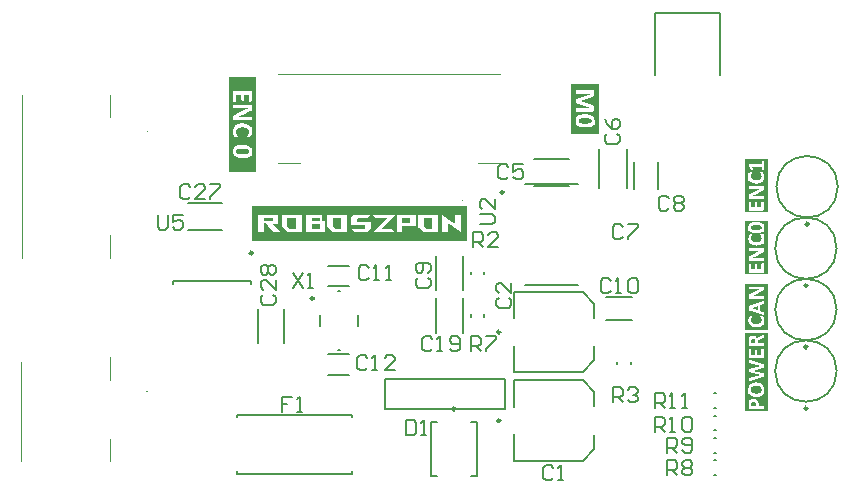
<source format=gbr>
%TF.GenerationSoftware,Altium Limited,Altium Designer,24.2.2 (26)*%
G04 Layer_Color=65535*
%FSLAX45Y45*%
%MOMM*%
%TF.SameCoordinates,E0A11F65-F641-4799-B4C3-4BD4810D80D2*%
%TF.FilePolarity,Positive*%
%TF.FileFunction,Legend,Top*%
%TF.Part,Single*%
G01*
G75*
%TA.AperFunction,NonConductor*%
%ADD61C,0.25000*%
%ADD62C,0.10000*%
%ADD63C,0.15000*%
%ADD64C,0.20000*%
G36*
X8956974Y10519602D02*
X8763026D01*
Y10905399D01*
X8956974D01*
Y10519602D01*
D02*
G37*
G36*
X8956974Y10991703D02*
X8763026D01*
Y11443297D01*
X8956974D01*
Y10991703D01*
D02*
G37*
G36*
Y9830282D02*
X8763026D01*
Y10494718D01*
X8956974D01*
Y9830282D01*
D02*
G37*
G36*
X8956975Y11514203D02*
X8763026D01*
Y11965796D01*
X8956975D01*
Y11514203D01*
D02*
G37*
G36*
X4626449Y11858750D02*
X4393552D01*
Y12656250D01*
X4626449D01*
Y11858750D01*
D02*
G37*
G36*
X6407161Y11273027D02*
X4592839D01*
Y11566973D01*
X6407161D01*
Y11273027D01*
D02*
G37*
G36*
X7526448Y12176875D02*
X7293551D01*
Y12603125D01*
X7526448D01*
Y12176875D01*
D02*
G37*
%LPC*%
G36*
X8925229Y10885115D02*
X8794944D01*
X8798587D01*
X8798067Y10884942D01*
X8797720Y10884768D01*
X8797546Y10884595D01*
X8797026Y10884074D01*
X8796505Y10883380D01*
X8796332Y10882860D01*
X8796158Y10882686D01*
X8795638Y10881645D01*
X8795465Y10880431D01*
X8795291Y10879564D01*
Y10879217D01*
X8795118Y10877308D01*
X8794944Y10875574D01*
Y10778424D01*
D01*
Y10871063D01*
X8795118Y10869155D01*
Y10868461D01*
X8795291Y10867940D01*
Y10867593D01*
X8795465Y10866032D01*
X8795811Y10864818D01*
X8795985Y10864124D01*
X8796158Y10863777D01*
X8796505Y10862909D01*
X8797026Y10862389D01*
X8797373Y10862042D01*
X8797546Y10861869D01*
X8798067Y10861522D01*
X8798587Y10861348D01*
X8799108D01*
X8799281D01*
X8860000D01*
X8865204D01*
X8867633D01*
X8869888D01*
X8871797D01*
X8873184D01*
X8874225D01*
X8874399D01*
X8874572D01*
X8877348D01*
X8879950Y10861522D01*
X8882379D01*
X8884634Y10861695D01*
X8886369D01*
X8887757Y10861869D01*
X8888624D01*
X8888971D01*
Y10861695D01*
X8886022Y10860481D01*
X8884634Y10859787D01*
X8883420Y10859266D01*
X8882379Y10858746D01*
X8881685Y10858399D01*
X8881165Y10858225D01*
X8880991Y10858052D01*
X8878042Y10856664D01*
X8876654Y10855970D01*
X8875440Y10855276D01*
X8874399Y10854756D01*
X8873531Y10854409D01*
X8873011Y10854235D01*
X8872837Y10854062D01*
X8869715Y10852674D01*
X8868500Y10851980D01*
X8867113Y10851286D01*
X8866245Y10850766D01*
X8865378Y10850419D01*
X8864857Y10850245D01*
X8864684Y10850072D01*
X8861561Y10848510D01*
X8860173Y10847817D01*
X8858785Y10847123D01*
X8857745Y10846602D01*
X8856877Y10846082D01*
X8856357Y10845908D01*
X8856183Y10845735D01*
X8808823Y10820580D01*
X8806220Y10819365D01*
X8805179Y10818672D01*
X8804139Y10818151D01*
X8803445Y10817631D01*
X8802924Y10817284D01*
X8802577Y10817110D01*
X8802404Y10816937D01*
X8800495Y10815549D01*
X8799281Y10814334D01*
X8798414Y10813467D01*
X8798240Y10813294D01*
Y10813120D01*
X8797199Y10811559D01*
X8796505Y10809997D01*
X8796158Y10808957D01*
X8795985Y10808610D01*
Y10808436D01*
X8795638Y10806354D01*
X8795291Y10804273D01*
Y10787792D01*
X8795465Y10786404D01*
X8795638Y10785016D01*
X8795985Y10783975D01*
X8796505Y10782934D01*
X8797026Y10782067D01*
X8797373Y10781546D01*
X8797546Y10781199D01*
X8797720Y10781026D01*
X8798761Y10780159D01*
X8799802Y10779465D01*
X8801016Y10779118D01*
X8802230Y10778771D01*
X8803271Y10778597D01*
X8804139Y10778424D01*
X8794944D01*
X8921065D01*
X8922280Y10778597D01*
X8922627Y10778771D01*
X8922800D01*
X8923321Y10779291D01*
X8923841Y10779812D01*
X8924015Y10780332D01*
X8924188Y10780505D01*
X8924535Y10781720D01*
X8924709Y10782934D01*
X8924882Y10783802D01*
Y10784149D01*
X8925056Y10786057D01*
X8925229Y10787965D01*
Y10795945D01*
Y10792476D01*
X8925056Y10794384D01*
Y10795078D01*
X8924882Y10795598D01*
Y10795945D01*
X8924709Y10797507D01*
X8924535Y10798721D01*
X8924188Y10799415D01*
Y10799589D01*
X8923668Y10800456D01*
X8923321Y10801150D01*
X8922974Y10801323D01*
X8922800Y10801497D01*
X8922106Y10801844D01*
X8921586Y10802191D01*
X8921239D01*
X8921065D01*
X8853407D01*
X8850632D01*
X8847856D01*
X8845427D01*
X8843172D01*
X8841264Y10802017D01*
X8839876D01*
X8839008D01*
X8838662D01*
X8833457Y10801844D01*
X8831028Y10801670D01*
X8828773D01*
X8826865Y10801497D01*
X8825477D01*
X8824609Y10801323D01*
X8824263D01*
Y10801670D01*
X8828600Y10803405D01*
X8830681Y10804273D01*
X8832590Y10804966D01*
X8834151Y10805660D01*
X8835365Y10806181D01*
X8836059Y10806528D01*
X8836406Y10806701D01*
X8838662Y10807742D01*
X8840917Y10808783D01*
X8842825Y10809824D01*
X8844560Y10810691D01*
X8846121Y10811385D01*
X8847162Y10811906D01*
X8848030Y10812253D01*
X8848203Y10812426D01*
X8908575Y10844520D01*
X8910310Y10845388D01*
X8912044Y10846255D01*
X8913432Y10846949D01*
X8914473Y10847643D01*
X8915514Y10848163D01*
X8916208Y10848510D01*
X8916555Y10848857D01*
X8916728D01*
X8918810Y10850419D01*
X8920372Y10851807D01*
X8921412Y10852674D01*
X8921586Y10852847D01*
X8921759Y10853021D01*
X8922800Y10854756D01*
X8923668Y10856144D01*
X8924015Y10857358D01*
X8924188Y10857531D01*
Y10857705D01*
X8924535Y10859787D01*
X8924709Y10861869D01*
X8924882Y10862736D01*
Y10875053D01*
X8924709Y10876441D01*
X8924535Y10877655D01*
X8924362Y10878523D01*
Y10878870D01*
X8923841Y10880084D01*
X8923321Y10881125D01*
X8922800Y10881819D01*
X8922627Y10881992D01*
X8921586Y10882860D01*
X8920719Y10883727D01*
X8920025Y10884074D01*
X8919678Y10884248D01*
X8918290Y10884768D01*
X8916902Y10884942D01*
X8915861Y10885115D01*
X8925229D01*
D01*
D02*
G37*
G36*
Y10761596D02*
X8794771D01*
X8920719D01*
X8918810Y10761249D01*
X8917075Y10760902D01*
X8916208Y10760555D01*
X8915514Y10760382D01*
X8915167Y10760208D01*
X8914994D01*
X8800322Y10720307D01*
X8799108Y10719787D01*
X8798067Y10719266D01*
X8797546Y10718919D01*
X8797373Y10718746D01*
X8796679Y10718052D01*
X8796158Y10717185D01*
X8795985Y10716317D01*
X8795811Y10716144D01*
Y10715970D01*
X8795291Y10714409D01*
X8795118Y10712501D01*
X8794944Y10711807D01*
Y10709204D01*
X8794771Y10707643D01*
Y10642761D01*
Y10695152D01*
X8794944Y10694111D01*
Y10692897D01*
X8795118Y10690815D01*
X8795465Y10689427D01*
X8795638Y10688387D01*
X8795811Y10688213D01*
Y10688040D01*
X8796332Y10686825D01*
X8796852Y10686131D01*
X8797199Y10685611D01*
X8797373Y10685437D01*
X8798240Y10684917D01*
X8799108Y10684570D01*
X8799628Y10684396D01*
X8799975Y10684223D01*
X8914647Y10644322D01*
X8917075Y10643628D01*
X8918810Y10643108D01*
X8919504Y10642934D01*
X8920025Y10642761D01*
X8921759D01*
X8922800Y10643108D01*
X8923494Y10643281D01*
X8923668Y10643455D01*
X8924362Y10644496D01*
X8924709Y10645710D01*
X8924882Y10646751D01*
Y10647098D01*
X8925056Y10648139D01*
Y10649353D01*
X8925229Y10651782D01*
Y10643628D01*
Y10657160D01*
X8925056Y10658374D01*
Y10660109D01*
X8924882Y10660629D01*
Y10661150D01*
X8924709Y10663058D01*
X8924535Y10664273D01*
X8924362Y10665140D01*
Y10665313D01*
X8923841Y10666354D01*
X8923494Y10666875D01*
X8923147Y10667222D01*
X8922974Y10667395D01*
X8922106Y10667916D01*
X8921412Y10668263D01*
X8920719Y10668436D01*
X8920545D01*
X8895217Y10676590D01*
Y10725338D01*
X8921239Y10733839D01*
X8922106Y10734186D01*
X8922800Y10734533D01*
X8923147Y10734880D01*
X8923321D01*
X8923841Y10735574D01*
X8924188Y10736268D01*
X8924535Y10736788D01*
Y10736962D01*
X8924709Y10738349D01*
X8924882Y10739737D01*
X8925056Y10740778D01*
Y10742513D01*
X8925229Y10743727D01*
Y10752575D01*
X8925056Y10753789D01*
Y10755698D01*
X8924882Y10756391D01*
Y10756912D01*
X8924709Y10757953D01*
Y10758820D01*
X8924362Y10760035D01*
X8924015Y10760729D01*
X8923841Y10760902D01*
X8922974Y10761422D01*
X8921933Y10761596D01*
X8925229D01*
D01*
D02*
G37*
G36*
X8926790Y10635475D02*
X8793209D01*
D01*
X8902850D01*
X8900942Y10635301D01*
X8900421D01*
X8899901Y10635128D01*
X8899727D01*
X8899554D01*
X8897992Y10634954D01*
X8896951Y10634781D01*
X8896258Y10634607D01*
X8896084D01*
X8895390Y10634260D01*
X8894870Y10633913D01*
X8894523Y10633740D01*
Y10633566D01*
X8894176Y10633046D01*
X8894002Y10632525D01*
Y10632005D01*
X8894349Y10630791D01*
X8894870Y10629576D01*
X8895390Y10628535D01*
X8895737Y10628362D01*
Y10628188D01*
X8896951Y10626280D01*
X8898166Y10624372D01*
X8898686Y10623504D01*
X8899033Y10622984D01*
X8899207Y10622463D01*
X8899380Y10622290D01*
X8900768Y10619341D01*
X8901982Y10616565D01*
X8902329Y10615351D01*
X8902676Y10614483D01*
X8903023Y10613789D01*
Y10613616D01*
X8903544Y10611708D01*
X8903891Y10609626D01*
X8904238Y10607544D01*
X8904411Y10605809D01*
Y10604074D01*
X8904585Y10602860D01*
Y10601646D01*
X8904411Y10598870D01*
X8904238Y10596268D01*
X8903717Y10593839D01*
X8903197Y10591757D01*
X8902850Y10590022D01*
X8902329Y10588808D01*
X8902156Y10588114D01*
X8901982Y10587767D01*
X8900942Y10585512D01*
X8899554Y10583603D01*
X8898339Y10581869D01*
X8896951Y10580307D01*
X8895911Y10579093D01*
X8894870Y10578052D01*
X8894176Y10577532D01*
X8894002Y10577358D01*
X8891920Y10575797D01*
X8889665Y10574409D01*
X8887236Y10573368D01*
X8885155Y10572327D01*
X8883246Y10571633D01*
X8881685Y10571113D01*
X8880644Y10570766D01*
X8880471Y10570592D01*
X8880297D01*
X8877001Y10569898D01*
X8873531Y10569378D01*
X8870235Y10568857D01*
X8867113Y10568684D01*
X8864337Y10568510D01*
X8863296Y10568337D01*
X8862255D01*
X8861388D01*
X8860867D01*
X8860520D01*
X8860347D01*
X8856530Y10568510D01*
X8853061Y10568684D01*
X8849764Y10569031D01*
X8846989Y10569378D01*
X8844733Y10569725D01*
X8842999Y10570072D01*
X8842478Y10570245D01*
X8841958Y10570419D01*
X8841784D01*
X8841611D01*
X8838662Y10571286D01*
X8835886Y10572327D01*
X8833457Y10573368D01*
X8831375Y10574409D01*
X8829814Y10575450D01*
X8828600Y10576144D01*
X8827732Y10576664D01*
X8827559Y10576838D01*
X8825477Y10578572D01*
X8823569Y10580307D01*
X8822181Y10582042D01*
X8820793Y10583603D01*
X8819752Y10584991D01*
X8819058Y10586032D01*
X8818711Y10586900D01*
X8818538Y10587073D01*
X8817497Y10589502D01*
X8816629Y10591757D01*
X8816109Y10594186D01*
X8815588Y10596268D01*
X8815415Y10598176D01*
X8815241Y10599564D01*
Y10603380D01*
X8815588Y10605809D01*
X8815762Y10607717D01*
X8816109Y10609626D01*
X8816456Y10611014D01*
X8816803Y10612054D01*
X8816976Y10612748D01*
X8817150Y10612922D01*
X8817844Y10614830D01*
X8818538Y10616392D01*
X8819058Y10617953D01*
X8819752Y10619167D01*
X8820272Y10620208D01*
X8820619Y10620902D01*
X8820793Y10621422D01*
X8820966Y10621596D01*
X8822354Y10624025D01*
X8823569Y10625933D01*
X8824089Y10626627D01*
X8824436Y10627147D01*
X8824783Y10627321D01*
Y10627494D01*
X8825824Y10629056D01*
X8826344Y10630270D01*
X8826518Y10631137D01*
Y10631311D01*
X8826344Y10632005D01*
X8826171Y10632352D01*
X8825997Y10632699D01*
Y10632872D01*
X8825477Y10633393D01*
X8824956Y10633740D01*
X8824436Y10634087D01*
X8824263D01*
X8823048Y10634434D01*
X8822007Y10634607D01*
X8821140Y10634781D01*
X8820793D01*
X8819058Y10634954D01*
X8817323Y10635128D01*
X8816629D01*
X8816109D01*
X8815762D01*
X8815588D01*
X8813680D01*
X8812119D01*
X8811251Y10634954D01*
X8810904D01*
X8809517Y10634781D01*
X8808476Y10634607D01*
X8807782Y10634434D01*
X8807608D01*
X8806741Y10634087D01*
X8805873Y10633913D01*
X8805526Y10633740D01*
X8805353Y10633566D01*
X8804486Y10633219D01*
X8803792Y10632525D01*
X8803271Y10632005D01*
X8803098Y10631831D01*
X8802577Y10631311D01*
X8802057Y10630444D01*
X8800842Y10628882D01*
X8800495Y10628188D01*
X8800149Y10627494D01*
X8799802Y10627147D01*
Y10626974D01*
X8798414Y10624372D01*
X8797373Y10621943D01*
X8797026Y10620902D01*
X8796679Y10620035D01*
X8796505Y10619514D01*
Y10619341D01*
X8795638Y10616218D01*
X8795118Y10614657D01*
X8794771Y10613269D01*
X8794597Y10611881D01*
X8794424Y10611014D01*
X8794250Y10610320D01*
Y10610146D01*
X8793556Y10606330D01*
X8793383Y10604595D01*
Y10603033D01*
X8793209Y10601646D01*
Y10599737D01*
X8793383Y10594880D01*
X8793903Y10590369D01*
X8794597Y10586206D01*
X8795465Y10582736D01*
X8795811Y10581001D01*
X8796332Y10579613D01*
X8796679Y10578399D01*
X8797026Y10577358D01*
X8797373Y10576491D01*
X8797546Y10575970D01*
X8797720Y10575623D01*
Y10575450D01*
X8799628Y10571460D01*
X8801710Y10567817D01*
X8803965Y10564520D01*
X8806047Y10561745D01*
X8807955Y10559489D01*
X8809690Y10557755D01*
X8810731Y10556714D01*
X8810904Y10556540D01*
X8811078Y10556367D01*
X8814548Y10553591D01*
X8818017Y10551162D01*
X8821660Y10549081D01*
X8825130Y10547346D01*
X8828079Y10545958D01*
X8829293Y10545437D01*
X8830508Y10545090D01*
X8831375Y10544743D01*
X8832069Y10544396D01*
X8832416Y10544223D01*
X8832590D01*
X8837447Y10542835D01*
X8842478Y10541794D01*
X8847336Y10540927D01*
X8851846Y10540406D01*
X8853928Y10540233D01*
X8855836Y10540059D01*
X8857571D01*
X8858959Y10539886D01*
X8861735D01*
X8867633Y10540059D01*
X8873011Y10540580D01*
X8877868Y10541100D01*
X8880124Y10541447D01*
X8882032Y10541968D01*
X8883940Y10542315D01*
X8885502Y10542662D01*
X8886890Y10543009D01*
X8888104Y10543182D01*
X8888971Y10543529D01*
X8889665Y10543703D01*
X8890012Y10543876D01*
X8890186D01*
X8894523Y10545437D01*
X8898513Y10547346D01*
X8901982Y10549254D01*
X8904932Y10551162D01*
X8907187Y10552724D01*
X8909095Y10554111D01*
X8909616Y10554632D01*
X8910136Y10554979D01*
X8910310Y10555326D01*
X8910483D01*
X8913432Y10558275D01*
X8915861Y10561224D01*
X8917943Y10564347D01*
X8919678Y10567123D01*
X8921065Y10569551D01*
X8921933Y10571633D01*
X8922280Y10572327D01*
X8922627Y10572848D01*
X8922800Y10573194D01*
Y10573368D01*
X8924188Y10577532D01*
X8925056Y10581695D01*
X8925749Y10585685D01*
X8926270Y10589502D01*
X8926617Y10592624D01*
Y10594012D01*
X8926790Y10595227D01*
Y10549254D01*
Y10599911D01*
X8926617Y10602339D01*
X8926443Y10604421D01*
X8926270Y10606330D01*
X8926096Y10607891D01*
X8925923Y10608932D01*
X8925749Y10609799D01*
Y10609973D01*
X8925403Y10612054D01*
X8924882Y10614136D01*
X8924535Y10615871D01*
X8924015Y10617432D01*
X8923668Y10618647D01*
X8923321Y10619514D01*
X8923147Y10620208D01*
Y10620382D01*
X8922453Y10622116D01*
X8921933Y10623504D01*
X8921239Y10624892D01*
X8920719Y10626107D01*
X8920372Y10626974D01*
X8920025Y10627668D01*
X8919678Y10628015D01*
Y10628188D01*
X8918984Y10629229D01*
X8918463Y10630097D01*
X8917422Y10631484D01*
X8916728Y10632178D01*
X8916555Y10632352D01*
X8915688Y10633046D01*
X8914994Y10633566D01*
X8914647Y10633913D01*
X8914473D01*
X8913085Y10634607D01*
X8912565Y10634781D01*
X8912391D01*
X8911350Y10634954D01*
X8910483Y10635128D01*
X8909789Y10635301D01*
X8909442D01*
X8908054Y10635475D01*
X8926790D01*
D02*
G37*
%LPD*%
G36*
X8875093Y10682488D02*
X8820099Y10700704D01*
Y10700877D01*
X8875093Y10719093D01*
Y10682488D01*
D02*
G37*
%LPC*%
G36*
X8926964Y11431144D02*
D01*
Y11383609D01*
X8926791Y11388293D01*
X8926270Y11392631D01*
X8925403Y11396274D01*
X8924536Y11399570D01*
X8923842Y11402172D01*
X8923321Y11403213D01*
X8922974Y11404080D01*
X8922627Y11404774D01*
X8922454Y11405295D01*
X8922280Y11405468D01*
Y11405642D01*
X8920372Y11408938D01*
X8918290Y11411887D01*
X8916035Y11414316D01*
X8913780Y11416398D01*
X8911871Y11418132D01*
X8910310Y11419347D01*
X8909269Y11420214D01*
X8909096Y11420388D01*
X8908922D01*
X8905453Y11422469D01*
X8901809Y11424031D01*
X8898340Y11425419D01*
X8894870Y11426633D01*
X8891921Y11427500D01*
X8890707Y11427847D01*
X8889666Y11428021D01*
X8888798Y11428368D01*
X8888104D01*
X8887757Y11428541D01*
X8887584D01*
X8882726Y11429409D01*
X8877869Y11430103D01*
X8873185Y11430450D01*
X8868848Y11430797D01*
X8866940Y11430970D01*
X8865205D01*
X8863643Y11431144D01*
X8926964D01*
X8793036D01*
D01*
X8853928D01*
X8848724Y11430797D01*
X8843866Y11430450D01*
X8841785Y11430276D01*
X8839876Y11430103D01*
X8837968Y11429929D01*
X8836407Y11429756D01*
X8835019Y11429582D01*
X8833805Y11429409D01*
X8832937Y11429235D01*
X8832243D01*
X8831896Y11429062D01*
X8831723D01*
X8827212Y11428194D01*
X8823222Y11427153D01*
X8819579Y11425939D01*
X8816456Y11424725D01*
X8814028Y11423684D01*
X8812293Y11422816D01*
X8811599Y11422469D01*
X8811078Y11422122D01*
X8810905Y11421949D01*
X8810731D01*
X8807782Y11419867D01*
X8805180Y11417612D01*
X8802925Y11415357D01*
X8801016Y11413101D01*
X8799629Y11411193D01*
X8798588Y11409458D01*
X8797894Y11408417D01*
X8797720Y11408244D01*
Y11408070D01*
X8796159Y11404601D01*
X8794945Y11400958D01*
X8794251Y11397315D01*
X8793557Y11393845D01*
X8793210Y11390722D01*
Y11389334D01*
X8793036Y11388293D01*
Y11338678D01*
Y11386038D01*
X8793210Y11381354D01*
X8793730Y11377191D01*
X8794598Y11373374D01*
X8795465Y11370078D01*
X8796332Y11367476D01*
X8796679Y11366435D01*
X8797200Y11365567D01*
X8797373Y11364873D01*
X8797720Y11364353D01*
X8797894Y11364179D01*
Y11364006D01*
X8799802Y11360710D01*
X8802057Y11357934D01*
X8804313Y11355332D01*
X8806394Y11353250D01*
X8808303Y11351515D01*
X8810037Y11350301D01*
X8811078Y11349607D01*
X8811252Y11349260D01*
X8811425D01*
X8814895Y11347352D01*
X8818365Y11345617D01*
X8822008Y11344229D01*
X8825304Y11343188D01*
X8828253Y11342147D01*
X8829641Y11341800D01*
X8830682Y11341627D01*
X8831549Y11341453D01*
X8832243Y11341280D01*
X8832590Y11341106D01*
X8832764D01*
X8837621Y11340239D01*
X8842305Y11339718D01*
X8846989Y11339198D01*
X8851326Y11339025D01*
X8853235Y11338851D01*
X8854969D01*
X8856531Y11338678D01*
X8860521D01*
X8866246Y11338851D01*
X8871450Y11339025D01*
X8876308Y11339372D01*
X8878389Y11339545D01*
X8880471Y11339718D01*
X8882206Y11339892D01*
X8883767Y11340065D01*
X8885329D01*
X8886370Y11340239D01*
X8887410Y11340412D01*
X8888104Y11340586D01*
X8888451D01*
X8888625D01*
X8893135Y11341453D01*
X8897125Y11342668D01*
X8900595Y11343709D01*
X8903718Y11344923D01*
X8906147Y11345964D01*
X8907881Y11346831D01*
X8908575Y11347178D01*
X8909096Y11347525D01*
X8909269Y11347699D01*
X8909443D01*
X8912392Y11349780D01*
X8914994Y11352036D01*
X8917249Y11354464D01*
X8919158Y11356546D01*
X8920546Y11358628D01*
X8921586Y11360189D01*
X8922280Y11361230D01*
X8922454Y11361404D01*
Y11361577D01*
X8924015Y11365047D01*
X8925056Y11368690D01*
X8925923Y11372333D01*
X8926444Y11375803D01*
X8926791Y11378925D01*
Y11380313D01*
X8926964Y11381354D01*
Y11343188D01*
Y11431144D01*
D02*
G37*
G36*
X8926791Y11328095D02*
D01*
Y11292531D01*
X8926617Y11294960D01*
X8926444Y11297042D01*
X8926270Y11298950D01*
X8926097Y11300512D01*
X8925923Y11301552D01*
X8925750Y11302420D01*
Y11302593D01*
X8925403Y11304675D01*
X8924883Y11306757D01*
X8924536Y11308492D01*
X8924015Y11310053D01*
X8923668Y11311267D01*
X8923321Y11312135D01*
X8923148Y11312829D01*
Y11313002D01*
X8922454Y11314737D01*
X8921933Y11316125D01*
X8921239Y11317513D01*
X8920719Y11318727D01*
X8920372Y11319595D01*
X8920025Y11320289D01*
X8919678Y11320635D01*
Y11320809D01*
X8918984Y11321850D01*
X8918464Y11322717D01*
X8917423Y11324105D01*
X8916729Y11324799D01*
X8916555Y11324973D01*
X8915688Y11325666D01*
X8914994Y11326187D01*
X8914647Y11326534D01*
X8914474D01*
X8913086Y11327228D01*
X8912565Y11327401D01*
X8912392D01*
X8911351Y11327575D01*
X8910484Y11327748D01*
X8909790Y11327922D01*
X8909443D01*
X8908055Y11328095D01*
X8926791D01*
X8793210D01*
D01*
X8902850D01*
X8900942Y11327922D01*
X8900422D01*
X8899901Y11327748D01*
X8899728D01*
X8899554D01*
X8897993Y11327575D01*
X8896952Y11327401D01*
X8896258Y11327228D01*
X8896085D01*
X8895391Y11326881D01*
X8894870Y11326534D01*
X8894523Y11326360D01*
Y11326187D01*
X8894176Y11325666D01*
X8894003Y11325146D01*
Y11324626D01*
X8894350Y11323411D01*
X8894870Y11322197D01*
X8895391Y11321156D01*
X8895738Y11320982D01*
Y11320809D01*
X8896952Y11318901D01*
X8898166Y11316992D01*
X8898687Y11316125D01*
X8899034Y11315604D01*
X8899207Y11315084D01*
X8899381Y11314911D01*
X8900769Y11311961D01*
X8901983Y11309186D01*
X8902330Y11307971D01*
X8902677Y11307104D01*
X8903024Y11306410D01*
Y11306236D01*
X8903544Y11304328D01*
X8903891Y11302246D01*
X8904238Y11300165D01*
X8904412Y11298430D01*
Y11296695D01*
X8904585Y11295481D01*
Y11294266D01*
X8904412Y11291490D01*
X8904238Y11288888D01*
X8903718Y11286460D01*
X8903197Y11284378D01*
X8902850Y11282643D01*
X8902330Y11281429D01*
X8902156Y11280735D01*
X8901983Y11280388D01*
X8900942Y11278132D01*
X8899554Y11276224D01*
X8898340Y11274489D01*
X8896952Y11272928D01*
X8895911Y11271714D01*
X8894870Y11270673D01*
X8894176Y11270152D01*
X8894003Y11269979D01*
X8891921Y11268417D01*
X8889666Y11267030D01*
X8887237Y11265989D01*
X8885155Y11264948D01*
X8883247Y11264254D01*
X8881686Y11263733D01*
X8880645Y11263386D01*
X8880471Y11263213D01*
X8880298D01*
X8877002Y11262519D01*
X8873532Y11261999D01*
X8870236Y11261478D01*
X8867113Y11261305D01*
X8864337Y11261131D01*
X8863296Y11260958D01*
X8862256D01*
X8861388D01*
X8860868D01*
X8860521D01*
X8860347D01*
X8856531Y11261131D01*
X8853061Y11261305D01*
X8849765Y11261652D01*
X8846989Y11261999D01*
X8844734Y11262346D01*
X8842999Y11262692D01*
X8842479Y11262866D01*
X8841958Y11263039D01*
X8841785D01*
X8841611D01*
X8838662Y11263907D01*
X8835886Y11264948D01*
X8833458Y11265989D01*
X8831376Y11267030D01*
X8829814Y11268070D01*
X8828600Y11268764D01*
X8827733Y11269285D01*
X8827559Y11269458D01*
X8825477Y11271193D01*
X8823569Y11272928D01*
X8822181Y11274663D01*
X8820793Y11276224D01*
X8819752Y11277612D01*
X8819059Y11278653D01*
X8818712Y11279520D01*
X8818538Y11279694D01*
X8817497Y11282122D01*
X8816630Y11284378D01*
X8816109Y11286806D01*
X8815589Y11288888D01*
X8815415Y11290797D01*
X8815242Y11292184D01*
Y11296001D01*
X8815589Y11298430D01*
X8815762Y11300338D01*
X8816109Y11302246D01*
X8816456Y11303634D01*
X8816803Y11304675D01*
X8816977Y11305369D01*
X8817150Y11305543D01*
X8817844Y11307451D01*
X8818538Y11309012D01*
X8819059Y11310574D01*
X8819752Y11311788D01*
X8820273Y11312829D01*
X8820620Y11313523D01*
X8820793Y11314043D01*
X8820967Y11314217D01*
X8822355Y11316645D01*
X8823569Y11318554D01*
X8824090Y11319248D01*
X8824437Y11319768D01*
X8824783Y11319942D01*
Y11320115D01*
X8825824Y11321676D01*
X8826345Y11322891D01*
X8826518Y11323758D01*
Y11323932D01*
X8826345Y11324626D01*
X8826171Y11324973D01*
X8825998Y11325319D01*
Y11325493D01*
X8825477Y11326013D01*
X8824957Y11326360D01*
X8824437Y11326707D01*
X8824263D01*
X8823049Y11327054D01*
X8822008Y11327228D01*
X8821140Y11327401D01*
X8820793D01*
X8819059Y11327575D01*
X8817324Y11327748D01*
X8816630D01*
X8816109D01*
X8815762D01*
X8815589D01*
X8813681D01*
X8812119D01*
X8811252Y11327575D01*
X8810905D01*
X8809517Y11327401D01*
X8808476Y11327228D01*
X8807782Y11327054D01*
X8807609D01*
X8806741Y11326707D01*
X8805874Y11326534D01*
X8805527Y11326360D01*
X8805353Y11326187D01*
X8804486Y11325840D01*
X8803792Y11325146D01*
X8803272Y11324626D01*
X8803098Y11324452D01*
X8802578Y11323932D01*
X8802057Y11323064D01*
X8800843Y11321503D01*
X8800496Y11320809D01*
X8800149Y11320115D01*
X8799802Y11319768D01*
Y11319595D01*
X8798414Y11316992D01*
X8797373Y11314564D01*
X8797026Y11313523D01*
X8796679Y11312655D01*
X8796506Y11312135D01*
Y11311961D01*
X8795638Y11308839D01*
X8795118Y11307277D01*
X8794771Y11305890D01*
X8794598Y11304502D01*
X8794424Y11303634D01*
X8794251Y11302940D01*
Y11302767D01*
X8793557Y11298950D01*
X8793383Y11297215D01*
Y11295654D01*
X8793210Y11294266D01*
Y11292358D01*
X8793383Y11287500D01*
X8793904Y11282990D01*
X8794598Y11278826D01*
X8795465Y11275357D01*
X8795812Y11273622D01*
X8796332Y11272234D01*
X8796679Y11271020D01*
X8797026Y11269979D01*
X8797373Y11269111D01*
X8797547Y11268591D01*
X8797720Y11268244D01*
Y11268070D01*
X8799629Y11264080D01*
X8801710Y11260437D01*
X8803966Y11257141D01*
X8806047Y11254365D01*
X8807956Y11252110D01*
X8809691Y11250375D01*
X8810731Y11249334D01*
X8810905Y11249161D01*
X8811078Y11248987D01*
X8814548Y11246212D01*
X8818018Y11243783D01*
X8821661Y11241701D01*
X8825130Y11239966D01*
X8828080Y11238578D01*
X8829294Y11238058D01*
X8830508Y11237711D01*
X8831376Y11237364D01*
X8832070Y11237017D01*
X8832417Y11236844D01*
X8832590D01*
X8837448Y11235456D01*
X8842479Y11234415D01*
X8847336Y11233548D01*
X8851847Y11233027D01*
X8853928Y11232854D01*
X8855837Y11232680D01*
X8857572D01*
X8858959Y11232507D01*
X8861735D01*
X8867634Y11232680D01*
X8873011Y11233201D01*
X8877869Y11233721D01*
X8880124Y11234068D01*
X8882033Y11234588D01*
X8883941Y11234935D01*
X8885502Y11235282D01*
X8886890Y11235629D01*
X8888104Y11235803D01*
X8888972Y11236150D01*
X8889666Y11236323D01*
X8890013Y11236497D01*
X8890186D01*
X8894523Y11238058D01*
X8898513Y11239966D01*
X8901983Y11241875D01*
X8904932Y11243783D01*
X8907187Y11245344D01*
X8909096Y11246732D01*
X8909616Y11247253D01*
X8910137Y11247600D01*
X8910310Y11247947D01*
X8910484D01*
X8913433Y11250896D01*
X8915862Y11253845D01*
X8917943Y11256968D01*
X8919678Y11259743D01*
X8921066Y11262172D01*
X8921933Y11264254D01*
X8922280Y11264948D01*
X8922627Y11265468D01*
X8922801Y11265815D01*
Y11265989D01*
X8924189Y11270152D01*
X8925056Y11274316D01*
X8925750Y11278306D01*
X8926270Y11282122D01*
X8926617Y11285245D01*
Y11286633D01*
X8926791Y11287847D01*
Y11234068D01*
Y11328095D01*
D02*
G37*
G36*
X8925230Y11210474D02*
X8794945D01*
X8798588D01*
X8798067Y11210301D01*
X8797720Y11210127D01*
X8797547Y11209954D01*
X8797026Y11209434D01*
X8796506Y11208740D01*
X8796332Y11208219D01*
X8796159Y11208046D01*
X8795638Y11207005D01*
X8795465Y11205790D01*
X8795292Y11204923D01*
Y11204576D01*
X8795118Y11202668D01*
X8794945Y11200933D01*
Y11196422D01*
X8795118Y11194514D01*
Y11193820D01*
X8795292Y11193300D01*
Y11192953D01*
X8795465Y11191391D01*
X8795812Y11190177D01*
X8795985Y11189483D01*
X8796159Y11189136D01*
X8796506Y11188269D01*
X8797026Y11187748D01*
X8797373Y11187401D01*
X8797547Y11187228D01*
X8798067Y11186881D01*
X8798588Y11186707D01*
X8799108D01*
X8799282D01*
X8860000D01*
X8865205D01*
X8867634D01*
X8869889D01*
X8871797D01*
X8873185D01*
X8874226D01*
X8874399D01*
X8874573D01*
X8877349D01*
X8879951Y11186881D01*
X8882379D01*
X8884635Y11187054D01*
X8886370D01*
X8887757Y11187228D01*
X8888625D01*
X8888972D01*
Y11187054D01*
X8886023Y11185840D01*
X8884635Y11185146D01*
X8883420Y11184626D01*
X8882379Y11184105D01*
X8881686Y11183758D01*
X8881165Y11183585D01*
X8880992Y11183411D01*
X8878042Y11182023D01*
X8876655Y11181329D01*
X8875440Y11180636D01*
X8874399Y11180115D01*
X8873532Y11179768D01*
X8873011Y11179595D01*
X8872838Y11179421D01*
X8869715Y11178033D01*
X8868501Y11177339D01*
X8867113Y11176645D01*
X8866246Y11176125D01*
X8865378Y11175778D01*
X8864858Y11175605D01*
X8864684Y11175431D01*
X8861562Y11173870D01*
X8860174Y11173176D01*
X8858786Y11172482D01*
X8857745Y11171961D01*
X8856878Y11171441D01*
X8856357Y11171267D01*
X8856184Y11171094D01*
X8808823Y11145939D01*
X8806221Y11144725D01*
X8805180Y11144031D01*
X8804139Y11143510D01*
X8803445Y11142990D01*
X8802925Y11142643D01*
X8802578Y11142469D01*
X8802404Y11142296D01*
X8800496Y11140908D01*
X8799282Y11139694D01*
X8798414Y11138826D01*
X8798241Y11138653D01*
Y11138479D01*
X8797200Y11136918D01*
X8796506Y11135357D01*
X8796159Y11134316D01*
X8795985Y11133969D01*
Y11133795D01*
X8795638Y11131714D01*
X8795292Y11129632D01*
Y11113151D01*
X8795465Y11111763D01*
X8795638Y11110375D01*
X8795985Y11109334D01*
X8796506Y11108294D01*
X8797026Y11107426D01*
X8797373Y11106906D01*
X8797547Y11106559D01*
X8797720Y11106385D01*
X8798761Y11105518D01*
X8799802Y11104824D01*
X8801016Y11104477D01*
X8802231Y11104130D01*
X8803272Y11103956D01*
X8804139Y11103783D01*
X8794945D01*
X8921066D01*
X8922280Y11103956D01*
X8922627Y11104130D01*
X8922801D01*
X8923321Y11104650D01*
X8923842Y11105171D01*
X8924015Y11105691D01*
X8924189Y11105865D01*
X8924536Y11107079D01*
X8924709Y11108294D01*
X8924883Y11109161D01*
Y11109508D01*
X8925056Y11111416D01*
X8925230Y11113324D01*
Y11210474D01*
D02*
G37*
G36*
X8924709Y11080536D02*
D01*
Y11076546D01*
X8924536Y11077240D01*
X8924362Y11077587D01*
X8924189Y11077934D01*
Y11078108D01*
X8923668Y11078628D01*
X8923148Y11079149D01*
X8922627Y11079322D01*
X8922454Y11079495D01*
X8921413Y11079842D01*
X8920372Y11080016D01*
X8919678Y11080189D01*
X8919331D01*
X8917770Y11080363D01*
X8916208Y11080536D01*
X8924709D01*
X8795292D01*
X8912392D01*
X8911004Y11080363D01*
X8909963Y11080189D01*
X8909616D01*
X8908402Y11080016D01*
X8907361Y11079842D01*
X8906667Y11079669D01*
X8906493Y11079495D01*
X8905626Y11079149D01*
X8905106Y11078628D01*
X8904932Y11078281D01*
X8904759Y11078108D01*
X8904412Y11077587D01*
X8904065Y11077067D01*
Y11030053D01*
X8867634D01*
Y11069087D01*
X8867460Y11070127D01*
X8867287Y11070474D01*
Y11070648D01*
X8866766Y11071168D01*
X8866246Y11071689D01*
X8865725Y11071862D01*
X8865552Y11072036D01*
X8864511Y11072383D01*
X8863643Y11072556D01*
X8862950Y11072730D01*
X8862603D01*
X8861041Y11072903D01*
X8859480Y11073077D01*
X8858786D01*
X8858265D01*
X8857919D01*
X8857745D01*
X8855837D01*
X8854275Y11072903D01*
X8853408Y11072730D01*
X8853061D01*
X8851673Y11072556D01*
X8850632Y11072383D01*
X8850112Y11072209D01*
X8849938Y11072036D01*
X8849071Y11071689D01*
X8848551Y11071168D01*
X8848377Y11070821D01*
X8848204Y11070648D01*
X8847857Y11070127D01*
X8847510Y11069607D01*
Y11030053D01*
X8815936D01*
Y11076199D01*
X8815762Y11076893D01*
X8815589Y11077240D01*
X8815415Y11077587D01*
Y11077761D01*
X8814895Y11078281D01*
X8814375Y11078628D01*
X8813854Y11078975D01*
X8813681D01*
X8812640Y11079322D01*
X8811599Y11079495D01*
X8810905Y11079669D01*
X8810558D01*
X8808997Y11079842D01*
X8807435Y11080016D01*
X8806915D01*
X8806394D01*
X8806047D01*
X8805874D01*
X8803792D01*
X8802231Y11079842D01*
X8801190Y11079669D01*
X8800843D01*
X8799629Y11079495D01*
X8798588Y11079322D01*
X8797894Y11079149D01*
X8797720Y11078975D01*
X8796853Y11078628D01*
X8796159Y11078108D01*
X8795985Y11077934D01*
X8795812Y11077761D01*
X8795465Y11077240D01*
X8795292Y11076720D01*
Y11010276D01*
X8795638Y11009235D01*
X8796332Y11007500D01*
X8796679Y11006807D01*
X8797026Y11006286D01*
X8797200Y11006113D01*
X8797373Y11005939D01*
X8798241Y11005245D01*
X8799108Y11004725D01*
X8801190Y11004204D01*
X8802057Y11004031D01*
X8802925Y11003857D01*
X8916555D01*
X8918117Y11004031D01*
X8919331Y11004204D01*
X8920372Y11004551D01*
X8921239Y11004898D01*
X8921933Y11005245D01*
X8922454Y11005592D01*
X8922627Y11005939D01*
X8922801D01*
X8923495Y11006807D01*
X8923842Y11007847D01*
X8924536Y11009582D01*
Y11010276D01*
X8924709Y11010970D01*
Y11003857D01*
D01*
Y11080536D01*
D02*
G37*
%LPD*%
G36*
X8868674Y11404427D02*
X8870756D01*
X8872491Y11404254D01*
X8873705D01*
X8874573Y11404080D01*
X8874920D01*
X8877175Y11403907D01*
X8879257Y11403733D01*
X8881165Y11403560D01*
X8882900Y11403386D01*
X8884288Y11403213D01*
X8885329Y11403039D01*
X8886023Y11402866D01*
X8886196D01*
X8889666Y11402172D01*
X8891054Y11401652D01*
X8892268Y11401305D01*
X8893482Y11400958D01*
X8894176Y11400784D01*
X8894697Y11400437D01*
X8894870D01*
X8897472Y11399223D01*
X8898513Y11398529D01*
X8899554Y11398008D01*
X8900248Y11397488D01*
X8900769Y11396968D01*
X8901116Y11396794D01*
X8901289Y11396621D01*
X8902850Y11394886D01*
X8904065Y11393151D01*
X8904412Y11392457D01*
X8904759Y11391937D01*
X8904932Y11391590D01*
Y11391416D01*
X8905626Y11389161D01*
X8905973Y11386906D01*
X8906147Y11386038D01*
Y11384650D01*
X8905973Y11382742D01*
X8905800Y11381007D01*
X8905453Y11379446D01*
X8905106Y11378231D01*
X8904759Y11377191D01*
X8904412Y11376323D01*
X8904065Y11375803D01*
Y11375629D01*
X8903197Y11374241D01*
X8901983Y11373201D01*
X8899554Y11371292D01*
X8898340Y11370598D01*
X8897472Y11370078D01*
X8896778Y11369731D01*
X8896605Y11369557D01*
X8894523Y11368690D01*
X8892094Y11368170D01*
X8889666Y11367476D01*
X8887410Y11367129D01*
X8885329Y11366782D01*
X8883767Y11366435D01*
X8883073D01*
X8882553Y11366261D01*
X8882379D01*
X8882206D01*
X8878563Y11365914D01*
X8874746Y11365741D01*
X8870930Y11365394D01*
X8867287D01*
X8864164Y11365220D01*
X8862776D01*
X8861562D01*
X8860694D01*
X8860000D01*
X8859480D01*
X8859306D01*
X8855143D01*
X8851500Y11365394D01*
X8848030Y11365567D01*
X8845254Y11365741D01*
X8842826D01*
X8841091Y11365914D01*
X8840397Y11366088D01*
X8839876D01*
X8839703D01*
X8839529D01*
X8836407Y11366435D01*
X8833631Y11366955D01*
X8831202Y11367476D01*
X8829294Y11367996D01*
X8827559Y11368517D01*
X8826345Y11368863D01*
X8825477Y11369037D01*
X8825304Y11369210D01*
X8823222Y11370078D01*
X8821487Y11371119D01*
X8820099Y11372160D01*
X8818885Y11373027D01*
X8818018Y11373894D01*
X8817324Y11374588D01*
X8816977Y11375109D01*
X8816803Y11375282D01*
X8815762Y11376844D01*
X8815068Y11378405D01*
X8814548Y11379966D01*
X8814201Y11381528D01*
X8814028Y11382916D01*
X8813854Y11383956D01*
Y11384997D01*
X8814028Y11387426D01*
X8814375Y11389334D01*
X8814548Y11390028D01*
X8814722Y11390549D01*
X8814895Y11390896D01*
Y11391069D01*
X8815762Y11393151D01*
X8816803Y11394712D01*
X8817671Y11395753D01*
X8817844Y11395927D01*
X8818018Y11396100D01*
X8819752Y11397661D01*
X8821661Y11398876D01*
X8822528Y11399223D01*
X8823049Y11399570D01*
X8823569Y11399917D01*
X8823743D01*
X8826518Y11400958D01*
X8829294Y11401825D01*
X8830508Y11402172D01*
X8831549Y11402345D01*
X8832243Y11402519D01*
X8832417D01*
X8834498Y11402866D01*
X8836580Y11403213D01*
X8838662Y11403560D01*
X8840570Y11403733D01*
X8842132Y11403907D01*
X8843520D01*
X8844387Y11404080D01*
X8844734D01*
X8847336Y11404254D01*
X8850112Y11404427D01*
X8852888D01*
X8855316Y11404601D01*
X8857572D01*
X8859306D01*
X8860000D01*
X8860521D01*
X8860694D01*
X8860868D01*
X8863643D01*
X8866246D01*
X8868674Y11404427D01*
D02*
G37*
G36*
X8925230Y11117835D02*
X8925056Y11119743D01*
Y11120437D01*
X8924883Y11120958D01*
Y11121305D01*
X8924709Y11122866D01*
X8924536Y11124080D01*
X8924189Y11124774D01*
Y11124948D01*
X8923668Y11125815D01*
X8923321Y11126509D01*
X8922974Y11126683D01*
X8922801Y11126856D01*
X8922107Y11127203D01*
X8921586Y11127550D01*
X8921239D01*
X8921066D01*
X8853408D01*
X8850632D01*
X8847857D01*
X8845428D01*
X8843173D01*
X8841264Y11127377D01*
X8839876D01*
X8839009D01*
X8838662D01*
X8833458Y11127203D01*
X8831029Y11127030D01*
X8828774D01*
X8826865Y11126856D01*
X8825477D01*
X8824610Y11126683D01*
X8824263D01*
Y11127030D01*
X8828600Y11128764D01*
X8830682Y11129632D01*
X8832590Y11130326D01*
X8834151Y11131020D01*
X8835366Y11131540D01*
X8836060Y11131887D01*
X8836407Y11132061D01*
X8838662Y11133101D01*
X8840917Y11134142D01*
X8842826Y11135183D01*
X8844560Y11136051D01*
X8846122Y11136745D01*
X8847163Y11137265D01*
X8848030Y11137612D01*
X8848204Y11137785D01*
X8908575Y11169880D01*
X8910310Y11170747D01*
X8912045Y11171614D01*
X8913433Y11172308D01*
X8914474Y11173002D01*
X8915515Y11173523D01*
X8916208Y11173870D01*
X8916555Y11174217D01*
X8916729D01*
X8918811Y11175778D01*
X8920372Y11177166D01*
X8921413Y11178033D01*
X8921586Y11178207D01*
X8921760Y11178380D01*
X8922801Y11180115D01*
X8923668Y11181503D01*
X8924015Y11182717D01*
X8924189Y11182891D01*
Y11183064D01*
X8924536Y11185146D01*
X8924709Y11187228D01*
X8924883Y11188095D01*
Y11200412D01*
X8924709Y11201800D01*
X8924536Y11203015D01*
X8924362Y11203882D01*
Y11204229D01*
X8923842Y11205443D01*
X8923321Y11206484D01*
X8922801Y11207178D01*
X8922627Y11207352D01*
X8921586Y11208219D01*
X8920719Y11209087D01*
X8920025Y11209434D01*
X8919678Y11209607D01*
X8918290Y11210127D01*
X8916902Y11210301D01*
X8915862Y11210474D01*
X8925230D01*
Y11117835D01*
D02*
G37*
%LPC*%
G36*
X8921933Y10476937D02*
X8920545D01*
X8919678Y10476763D01*
X8918984Y10476590D01*
X8918637Y10476416D01*
X8917943Y10476243D01*
X8917076Y10475896D01*
X8915167Y10475202D01*
X8914300Y10474855D01*
X8913779Y10474508D01*
X8913259Y10474335D01*
X8913086D01*
X8887584Y10463405D01*
X8884288Y10462017D01*
X8882900Y10461324D01*
X8881685Y10460630D01*
X8880644Y10460109D01*
X8879950Y10459762D01*
X8879430Y10459589D01*
X8879257Y10459415D01*
X8876654Y10458027D01*
X8874746Y10456639D01*
X8873879Y10456119D01*
X8873358Y10455599D01*
X8873011Y10455425D01*
X8872838Y10455252D01*
X8870756Y10453517D01*
X8869368Y10451955D01*
X8868674Y10451262D01*
X8868327Y10450915D01*
X8867980Y10450568D01*
Y10450394D01*
X8866592Y10448486D01*
X8865378Y10446751D01*
X8865031Y10446057D01*
X8864684Y10445537D01*
X8864511Y10445190D01*
Y10445016D01*
X8863817Y10447098D01*
X8862949Y10449180D01*
X8862082Y10450915D01*
X8861388Y10452476D01*
X8860694Y10453864D01*
X8860174Y10454731D01*
X8859827Y10455425D01*
X8859653Y10455599D01*
X8858439Y10457333D01*
X8857224Y10458895D01*
X8856010Y10460283D01*
X8854796Y10461497D01*
X8853928Y10462364D01*
X8853061Y10463058D01*
X8852540Y10463405D01*
X8852367Y10463579D01*
X8849071Y10465661D01*
X8847509Y10466528D01*
X8845948Y10467222D01*
X8844734Y10467742D01*
X8843693Y10468089D01*
X8842999Y10468436D01*
X8842825D01*
X8838662Y10469477D01*
X8836753Y10469824D01*
X8834845Y10469998D01*
X8833284Y10470171D01*
X8831896D01*
X8831202D01*
X8830855D01*
X8828079Y10469998D01*
X8825477Y10469824D01*
X8823222Y10469477D01*
X8821140Y10468957D01*
X8819579Y10468436D01*
X8818364Y10468089D01*
X8817670Y10467916D01*
X8817323Y10467742D01*
X8815068Y10466875D01*
X8813160Y10465834D01*
X8811425Y10464620D01*
X8809864Y10463579D01*
X8808649Y10462711D01*
X8807608Y10461844D01*
X8807088Y10461324D01*
X8806915Y10461150D01*
X8805353Y10459415D01*
X8803965Y10457680D01*
X8802751Y10455946D01*
X8801884Y10454211D01*
X8801016Y10452823D01*
X8800496Y10451609D01*
X8800149Y10450915D01*
X8799975Y10450568D01*
X8798240Y10445710D01*
X8797547Y10443455D01*
X8797026Y10441200D01*
X8796679Y10439291D01*
X8796332Y10437903D01*
X8796159Y10436863D01*
Y10436516D01*
X8795985Y10434434D01*
X8795812Y10432525D01*
X8795638Y10431658D01*
Y10430444D01*
X8795465Y10427841D01*
X8795291Y10425066D01*
Y10380828D01*
X8925229D01*
X8921066D01*
X8921760Y10381001D01*
X8922454Y10381175D01*
X8922801Y10381348D01*
X8922974D01*
X8923494Y10381869D01*
X8923841Y10382563D01*
X8924015Y10383257D01*
X8924188Y10383430D01*
X8924535Y10384644D01*
X8924709Y10386032D01*
X8924882Y10387073D01*
Y10387420D01*
X8925056Y10389502D01*
X8925229Y10391584D01*
Y10396615D01*
X8925056Y10397656D01*
Y10399217D01*
X8924882Y10399737D01*
Y10400258D01*
X8924709Y10401993D01*
X8924535Y10403207D01*
X8924188Y10404074D01*
Y10404248D01*
X8923841Y10405289D01*
X8923321Y10405983D01*
X8923148Y10406330D01*
X8922974Y10406503D01*
X8922280Y10406850D01*
X8921760Y10407197D01*
X8921239D01*
X8921066D01*
X8871797D01*
Y10415351D01*
X8871970Y10418300D01*
X8872144Y10419514D01*
X8872491Y10420555D01*
X8872664Y10421423D01*
X8873011Y10422117D01*
X8873185Y10422464D01*
Y10422637D01*
X8874226Y10424892D01*
X8875613Y10426801D01*
X8876134Y10427495D01*
X8876654Y10428015D01*
X8876828Y10428188D01*
X8877001Y10428362D01*
X8879083Y10430097D01*
X8881165Y10431485D01*
X8882032Y10432005D01*
X8882726Y10432352D01*
X8883247Y10432699D01*
X8883420D01*
X8886369Y10434260D01*
X8887757Y10434954D01*
X8889145Y10435648D01*
X8890359Y10436169D01*
X8891227Y10436689D01*
X8891921Y10436863D01*
X8892094Y10437036D01*
X8920892Y10448659D01*
X8921760Y10449006D01*
X8922454Y10449180D01*
X8922801Y10449527D01*
X8922974D01*
X8923494Y10450221D01*
X8924015Y10450915D01*
X8924188Y10451435D01*
X8924362Y10451609D01*
X8924535Y10452823D01*
X8924709Y10454037D01*
X8924882Y10455078D01*
Y10455425D01*
X8925056Y10457507D01*
X8925229Y10459762D01*
Y10454731D01*
Y10465487D01*
X8925056Y10466875D01*
Y10468957D01*
X8924882Y10469651D01*
Y10470171D01*
X8924709Y10472079D01*
X8924535Y10473467D01*
X8924362Y10474335D01*
Y10474508D01*
X8924015Y10475549D01*
X8923494Y10476069D01*
X8923321Y10476416D01*
X8923148D01*
X8922627Y10476763D01*
X8921933Y10476937D01*
D02*
G37*
G36*
X8916208Y10357581D02*
X8912392D01*
X8911004Y10357408D01*
X8909963Y10357234D01*
X8909616D01*
X8908402Y10357061D01*
X8907361Y10356887D01*
X8906667Y10356714D01*
X8906493Y10356540D01*
X8905626Y10356193D01*
X8905105Y10355673D01*
X8904932Y10355326D01*
X8904758Y10355153D01*
X8904411Y10354632D01*
X8904064Y10354112D01*
Y10307098D01*
X8867633D01*
Y10346131D01*
X8867460Y10347172D01*
X8867286Y10347519D01*
Y10347693D01*
X8866766Y10348213D01*
X8866245Y10348734D01*
X8865725Y10348907D01*
X8865551Y10349081D01*
X8864511Y10349428D01*
X8863643Y10349601D01*
X8862949Y10349775D01*
X8862602D01*
X8861041Y10349948D01*
X8859480Y10350122D01*
X8858786D01*
X8858265D01*
X8857918D01*
X8857745D01*
X8855836D01*
X8854275Y10349948D01*
X8853408Y10349775D01*
X8853061D01*
X8851673Y10349601D01*
X8850632Y10349428D01*
X8850112Y10349254D01*
X8849938Y10349081D01*
X8849071Y10348734D01*
X8848550Y10348213D01*
X8848377Y10347866D01*
X8848203Y10347693D01*
X8847856Y10347172D01*
X8847509Y10346652D01*
Y10307098D01*
X8815936D01*
Y10353244D01*
X8815762Y10353938D01*
X8815589Y10354285D01*
X8815415Y10354632D01*
Y10354806D01*
X8814895Y10355326D01*
X8814374Y10355673D01*
X8813854Y10356020D01*
X8813680D01*
X8812639Y10356367D01*
X8811599Y10356540D01*
X8810905Y10356714D01*
X8810558D01*
X8808996Y10356887D01*
X8807435Y10357061D01*
X8806915D01*
X8806394D01*
X8806047D01*
X8805874D01*
X8803792D01*
X8802231Y10356887D01*
X8801190Y10356714D01*
X8800843D01*
X8799628Y10356540D01*
X8798587Y10356367D01*
X8797894Y10356193D01*
X8797720Y10356020D01*
X8796853Y10355673D01*
X8796159Y10355153D01*
X8795985Y10354979D01*
X8795812Y10354806D01*
X8795465Y10354285D01*
X8795291Y10353765D01*
Y10355326D01*
Y10353765D01*
D01*
Y10287321D01*
X8795638Y10286280D01*
X8796332Y10284545D01*
X8796679Y10283851D01*
X8797026Y10283331D01*
X8797200Y10283157D01*
X8797373Y10282984D01*
X8798240Y10282290D01*
X8799108Y10281770D01*
X8801190Y10281249D01*
X8802057Y10281076D01*
X8802924Y10280902D01*
X8795291D01*
Y10287321D01*
Y10280902D01*
D01*
X8924709D01*
Y10353591D01*
X8924535Y10354285D01*
X8924362Y10354632D01*
X8924188Y10354979D01*
Y10355153D01*
X8923668Y10355673D01*
X8923148Y10356193D01*
X8922627Y10356367D01*
X8922454Y10356540D01*
X8921413Y10356887D01*
X8920372Y10357061D01*
X8919678Y10357234D01*
X8919331D01*
X8917770Y10357408D01*
X8916208Y10357581D01*
D02*
G37*
G36*
X8800149Y10262340D02*
X8798414D01*
X8797373Y10261819D01*
X8796679Y10261472D01*
X8796506Y10261299D01*
X8795812Y10260258D01*
X8795291Y10259217D01*
X8795118Y10258176D01*
Y10257829D01*
X8794944Y10256788D01*
Y10255747D01*
X8794771Y10253492D01*
Y10262340D01*
D01*
Y10085735D01*
X8925229D01*
X8799628D01*
X8801363Y10085908D01*
X8803098Y10086255D01*
X8803965Y10086429D01*
X8804659Y10086602D01*
X8805006Y10086776D01*
X8805180D01*
X8917943Y10116094D01*
X8919504Y10116615D01*
X8920892Y10117135D01*
X8921586Y10117482D01*
X8921933Y10117656D01*
X8922801Y10118523D01*
X8923494Y10119390D01*
X8923841Y10120084D01*
X8924015Y10120431D01*
X8924362Y10122166D01*
X8924709Y10124074D01*
Y10124768D01*
X8924882Y10125462D01*
Y10125983D01*
X8925056Y10127371D01*
Y10128932D01*
X8925229Y10131881D01*
Y10138994D01*
X8925056Y10140382D01*
Y10142637D01*
X8924882Y10143504D01*
Y10144025D01*
X8924709Y10146280D01*
X8924362Y10147842D01*
X8924188Y10148882D01*
X8924015Y10149229D01*
X8923321Y10150617D01*
X8922627Y10151485D01*
X8921933Y10152005D01*
X8921760Y10152179D01*
X8920545Y10152699D01*
X8919331Y10153219D01*
X8918290Y10153393D01*
X8918117Y10153566D01*
X8917943D01*
X8836060Y10173170D01*
Y10173343D01*
X8917943Y10194161D01*
X8919504Y10194508D01*
X8920892Y10194855D01*
X8921586Y10195202D01*
X8921933Y10195376D01*
X8922801Y10196243D01*
X8923494Y10197284D01*
X8923841Y10197978D01*
X8924015Y10198325D01*
X8924362Y10200060D01*
X8924709Y10201968D01*
Y10202662D01*
X8924882Y10203356D01*
Y10203876D01*
X8925056Y10205264D01*
Y10206825D01*
X8925229Y10209775D01*
Y10216540D01*
X8925056Y10217928D01*
Y10220010D01*
X8924882Y10220877D01*
Y10221398D01*
X8924709Y10223653D01*
X8924362Y10225388D01*
X8924188Y10225908D01*
Y10226429D01*
X8924015Y10226602D01*
Y10226776D01*
X8923321Y10228164D01*
X8922627Y10229205D01*
X8922107Y10229725D01*
X8921933Y10229899D01*
X8920719Y10230592D01*
X8919331Y10231113D01*
X8918290Y10231460D01*
X8918117Y10231633D01*
X8917943D01*
X8805527Y10261299D01*
X8803098Y10261819D01*
X8801363Y10262166D01*
X8800669D01*
X8800149Y10262340D01*
D02*
G37*
G36*
X8861388Y10073418D02*
X8793036D01*
X8858612D01*
X8852540Y10073244D01*
X8846989Y10072724D01*
X8844387Y10072550D01*
X8841958Y10072203D01*
X8839703Y10071856D01*
X8837794Y10071509D01*
X8835886Y10070989D01*
X8834325Y10070642D01*
X8832763Y10070295D01*
X8831722Y10070122D01*
X8830682Y10069775D01*
X8829988Y10069601D01*
X8829641Y10069428D01*
X8829467D01*
X8825130Y10067866D01*
X8821140Y10065958D01*
X8817497Y10064050D01*
X8814548Y10062315D01*
X8812293Y10060580D01*
X8810384Y10059192D01*
X8809864Y10058672D01*
X8809343Y10058325D01*
X8809170Y10058151D01*
X8808996Y10057978D01*
X8806221Y10055029D01*
X8803618Y10051906D01*
X8801537Y10048783D01*
X8799975Y10045834D01*
X8798587Y10043232D01*
X8798240Y10042018D01*
X8797720Y10041150D01*
X8797373Y10040283D01*
X8797200Y10039762D01*
X8797026Y10039415D01*
Y10039242D01*
X8795638Y10034905D01*
X8794771Y10030394D01*
X8794077Y10026057D01*
X8793556Y10022067D01*
X8793383Y10020332D01*
X8793209Y10018597D01*
Y10017036D01*
X8793036Y10015822D01*
Y9950939D01*
D01*
Y10013393D01*
X8793209Y10007842D01*
X8793730Y10002637D01*
X8794597Y9998127D01*
X8794944Y9996045D01*
X8795465Y9994136D01*
X8795985Y9992402D01*
X8796332Y9990840D01*
X8796679Y9989452D01*
X8797200Y9988412D01*
X8797373Y9987544D01*
X8797720Y9986850D01*
X8797894Y9986503D01*
Y9986330D01*
X8799802Y9982166D01*
X8802057Y9978350D01*
X8804312Y9975053D01*
X8806394Y9972104D01*
X8808302Y9969849D01*
X8810037Y9968114D01*
X8810558Y9967594D01*
X8811078Y9967073D01*
X8811252Y9966900D01*
X8811425Y9966726D01*
X8814895Y9963951D01*
X8818364Y9961522D01*
X8822008Y9959614D01*
X8825304Y9957879D01*
X8828253Y9956664D01*
X8829641Y9956144D01*
X8830682Y9955623D01*
X8831549Y9955277D01*
X8832243Y9955103D01*
X8832590Y9954930D01*
X8832763D01*
X8837621Y9953542D01*
X8842478Y9952674D01*
X8847162Y9951980D01*
X8851499Y9951460D01*
X8853408Y9951286D01*
X8855316Y9951113D01*
X8856877D01*
X8858265Y9950939D01*
X8793036D01*
X8926964D01*
D01*
X8860867D01*
X8867113Y9951113D01*
X8872664Y9951460D01*
X8875266Y9951807D01*
X8877869Y9952154D01*
X8880124Y9952501D01*
X8882206Y9952848D01*
X8883941Y9953021D01*
X8885675Y9953368D01*
X8887063Y9953715D01*
X8888278Y9954062D01*
X8889319Y9954236D01*
X8890012Y9954409D01*
X8890359Y9954583D01*
X8890533D01*
X8895043Y9956144D01*
X8899034Y9957879D01*
X8902503Y9959787D01*
X8905452Y9961695D01*
X8907881Y9963257D01*
X8909616Y9964645D01*
X8910310Y9965165D01*
X8910830Y9965512D01*
X8911004Y9965859D01*
X8911177D01*
X8913953Y9968808D01*
X8916382Y9971931D01*
X8918463Y9975053D01*
X8920198Y9978003D01*
X8921413Y9980605D01*
X8921933Y9981819D01*
X8922454Y9982687D01*
X8922801Y9983554D01*
X8922974Y9984075D01*
X8923148Y9984421D01*
Y9984595D01*
X8924362Y9988932D01*
X8925403Y9993443D01*
X8926097Y9997953D01*
X8926444Y10001943D01*
X8926617Y10003851D01*
X8926791Y10005586D01*
Y10007148D01*
X8926964Y10008362D01*
Y10010964D01*
X8926791Y10016516D01*
X8926270Y10021547D01*
X8925576Y10026231D01*
X8925056Y10028312D01*
X8924709Y10030221D01*
X8924362Y10031782D01*
X8923841Y10033343D01*
X8923494Y10034731D01*
X8923148Y10035772D01*
X8922801Y10036640D01*
X8922627Y10037333D01*
X8922454Y10037680D01*
Y10037854D01*
X8920545Y10042018D01*
X8918290Y10045834D01*
X8916035Y10049130D01*
X8913953Y10051906D01*
X8912045Y10054161D01*
X8910310Y10055896D01*
X8909269Y10056937D01*
X8909095Y10057284D01*
X8908922D01*
X8905452Y10060060D01*
X8901809Y10062488D01*
X8898166Y10064570D01*
X8894870Y10066305D01*
X8891921Y10067519D01*
X8890533Y10068040D01*
X8889492Y10068560D01*
X8888625Y10068907D01*
X8887931Y10069081D01*
X8887584Y10069254D01*
X8887410D01*
X8882553Y10070642D01*
X8877522Y10071683D01*
X8872664Y10072377D01*
X8868327Y10072897D01*
X8866245Y10073071D01*
X8864337Y10073244D01*
X8862776D01*
X8861388Y10073418D01*
D02*
G37*
G36*
X8836580Y9936540D02*
X8834672D01*
X8831722Y9936367D01*
X8829120Y9936193D01*
X8826692Y9935847D01*
X8824610Y9935500D01*
X8822875Y9934979D01*
X8821487Y9934632D01*
X8820793Y9934459D01*
X8820446Y9934285D01*
X8818191Y9933418D01*
X8815936Y9932377D01*
X8814027Y9931336D01*
X8812466Y9930295D01*
X8811078Y9929254D01*
X8810211Y9928560D01*
X8809517Y9928040D01*
X8809343Y9927866D01*
X8807608Y9926305D01*
X8806221Y9924570D01*
X8804833Y9922835D01*
X8803618Y9921274D01*
X8802751Y9919713D01*
X8802057Y9918672D01*
X8801710Y9917978D01*
X8801537Y9917631D01*
X8800496Y9915376D01*
X8799628Y9913294D01*
X8798761Y9911386D01*
X8798240Y9909651D01*
X8797894Y9908089D01*
X8797547Y9907049D01*
X8797373Y9906355D01*
Y9906008D01*
X8797026Y9903926D01*
X8796679Y9902018D01*
X8796332Y9900283D01*
X8796159Y9898895D01*
X8795985Y9897680D01*
X8795812Y9896813D01*
Y9896119D01*
X8795465Y9892996D01*
Y9891435D01*
X8795291Y9890221D01*
Y9936540D01*
Y9848065D01*
X8925229D01*
X8921066D01*
X8921760Y9848238D01*
X8922454Y9848412D01*
X8922801Y9848585D01*
X8922974D01*
X8923494Y9849106D01*
X8923841Y9849799D01*
X8924015Y9850493D01*
X8924188Y9850667D01*
X8924535Y9851881D01*
X8924709Y9853269D01*
X8924882Y9854310D01*
Y9854657D01*
X8925056Y9856739D01*
X8925229Y9858821D01*
Y9863851D01*
X8925056Y9864892D01*
Y9866454D01*
X8924882Y9866974D01*
Y9867495D01*
X8924709Y9869229D01*
X8924535Y9870444D01*
X8924188Y9871311D01*
Y9871485D01*
X8923841Y9872526D01*
X8923321Y9873220D01*
X8923148Y9873566D01*
X8922974Y9873740D01*
X8922280Y9874087D01*
X8921760Y9874434D01*
X8921239D01*
X8921066D01*
X8879777D01*
Y9885190D01*
X8879604Y9889700D01*
X8879257Y9894037D01*
X8878910Y9897680D01*
X8878216Y9900977D01*
X8877695Y9903579D01*
X8877522Y9904620D01*
X8877348Y9905487D01*
X8877175Y9906355D01*
X8877001Y9906875D01*
X8876828Y9907049D01*
Y9907222D01*
X8875613Y9910692D01*
X8874226Y9913814D01*
X8872838Y9916417D01*
X8871450Y9918845D01*
X8870062Y9920580D01*
X8869021Y9921968D01*
X8868327Y9922835D01*
X8868154Y9923182D01*
X8865898Y9925438D01*
X8863470Y9927519D01*
X8861214Y9929081D01*
X8858959Y9930469D01*
X8857051Y9931683D01*
X8855490Y9932377D01*
X8854449Y9932897D01*
X8854275Y9933071D01*
X8854102D01*
X8850806Y9934285D01*
X8847509Y9935153D01*
X8844213Y9935673D01*
X8841264Y9936193D01*
X8838488Y9936367D01*
X8837447D01*
X8836580Y9936540D01*
D02*
G37*
%LPD*%
G36*
Y10442761D02*
X8837794Y10442414D01*
X8839009Y10442240D01*
X8839876Y10441894D01*
X8840570Y10441547D01*
X8841091Y10441373D01*
X8841264D01*
X8843519Y10440159D01*
X8845428Y10438771D01*
X8846121Y10438250D01*
X8846468Y10437730D01*
X8846815Y10437383D01*
X8846989Y10437210D01*
X8848550Y10434954D01*
X8849765Y10432699D01*
X8850285Y10431658D01*
X8850459Y10430964D01*
X8850806Y10430444D01*
Y10430270D01*
X8851499Y10426974D01*
X8851673Y10425413D01*
X8851846Y10423851D01*
X8852020Y10422464D01*
Y10407197D01*
X8815415D01*
Y10421770D01*
X8815589Y10422984D01*
Y10424892D01*
X8815762Y10425413D01*
Y10425933D01*
X8816109Y10427668D01*
X8816283Y10429229D01*
X8816456Y10430097D01*
X8816630Y10430444D01*
X8817323Y10432699D01*
X8818364Y10434781D01*
X8819405Y10436342D01*
X8820446Y10437730D01*
X8821314Y10438771D01*
X8822181Y10439465D01*
X8822701Y10439812D01*
X8822875Y10439985D01*
X8824610Y10441026D01*
X8826345Y10441720D01*
X8828253Y10442240D01*
X8829814Y10442587D01*
X8831376Y10442761D01*
X8832590Y10442934D01*
X8833284D01*
X8833631D01*
X8836580Y10442761D01*
D02*
G37*
G36*
X8795638Y10386206D02*
X8796332Y10384471D01*
X8796679Y10383777D01*
X8797026Y10383257D01*
X8797200Y10383083D01*
X8797373Y10382910D01*
X8798240Y10382216D01*
X8799108Y10381695D01*
X8801190Y10381175D01*
X8802057Y10381001D01*
X8802924Y10380828D01*
X8795291D01*
Y10387247D01*
X8795638Y10386206D01*
D02*
G37*
G36*
X8924709Y10280902D02*
X8916555D01*
X8918117Y10281076D01*
X8919331Y10281249D01*
X8920372Y10281596D01*
X8921239Y10281943D01*
X8921933Y10282290D01*
X8922454Y10282637D01*
X8922627Y10282984D01*
X8922801D01*
X8923494Y10283851D01*
X8923841Y10284892D01*
X8924535Y10286627D01*
Y10287321D01*
X8924709Y10288015D01*
Y10280902D01*
D02*
G37*
G36*
X8794944Y10246726D02*
Y10244818D01*
X8795118Y10244298D01*
Y10243777D01*
X8795291Y10242042D01*
X8795638Y10240654D01*
X8795812Y10239960D01*
X8795985Y10239614D01*
X8796506Y10238746D01*
X8797200Y10238226D01*
X8797720Y10237879D01*
X8797894Y10237705D01*
X8798761Y10237532D01*
X8799628Y10237185D01*
X8800149Y10237011D01*
X8800496D01*
X8899207Y10214285D01*
Y10214112D01*
X8801016Y10189651D01*
X8799628Y10189304D01*
X8798587Y10188957D01*
X8797894Y10188783D01*
X8797720Y10188610D01*
X8796853Y10187916D01*
X8796332Y10187222D01*
X8796159Y10186701D01*
X8795985Y10186355D01*
X8795465Y10184967D01*
X8795291Y10183579D01*
X8795118Y10182885D01*
Y10181844D01*
X8794944Y10180803D01*
Y10179415D01*
X8794771Y10176987D01*
Y10247941D01*
X8794944Y10246726D01*
D02*
G37*
G36*
Y10169874D02*
Y10167965D01*
X8795118Y10167445D01*
Y10166925D01*
X8795291Y10165190D01*
X8795638Y10163802D01*
X8795812Y10163108D01*
X8795985Y10162761D01*
X8796506Y10161720D01*
X8797200Y10161026D01*
X8797720Y10160679D01*
X8797894Y10160506D01*
X8798934Y10160159D01*
X8799975Y10159812D01*
X8800669Y10159638D01*
X8800843D01*
X8801016D01*
X8899207Y10136045D01*
Y10135871D01*
X8800322Y10113319D01*
X8799108Y10112972D01*
X8798067Y10112798D01*
X8797547Y10112625D01*
X8797373Y10112451D01*
X8796679Y10111931D01*
X8796159Y10111410D01*
X8795985Y10110716D01*
X8795812Y10110543D01*
X8795291Y10109329D01*
X8795118Y10107941D01*
X8794944Y10106900D01*
Y10105338D01*
X8794771Y10104124D01*
Y10171262D01*
X8794944Y10169874D01*
D02*
G37*
G36*
Y10094236D02*
Y10092154D01*
X8795118Y10091460D01*
Y10090939D01*
X8795465Y10089205D01*
X8795812Y10087990D01*
X8796332Y10087123D01*
X8796506Y10086949D01*
X8797373Y10086255D01*
X8798414Y10085908D01*
X8799281Y10085735D01*
X8794771D01*
Y10095623D01*
X8794944Y10094236D01*
D02*
G37*
G36*
X8866592Y10045487D02*
X8869542Y10045314D01*
X8872144Y10044967D01*
X8874399Y10044620D01*
X8876134Y10044446D01*
X8877175Y10044099D01*
X8877348D01*
X8877522D01*
X8880471Y10043405D01*
X8883247Y10042538D01*
X8885675Y10041497D01*
X8887757Y10040630D01*
X8889492Y10039762D01*
X8890880Y10039068D01*
X8891574Y10038548D01*
X8891921Y10038374D01*
X8894176Y10036813D01*
X8896084Y10035078D01*
X8897819Y10033343D01*
X8899207Y10031609D01*
X8900248Y10030047D01*
X8901115Y10028833D01*
X8901636Y10028139D01*
X8901809Y10027792D01*
X8903024Y10025190D01*
X8903891Y10022588D01*
X8904411Y10019812D01*
X8904758Y10017383D01*
X8905105Y10015128D01*
X8905279Y10013219D01*
Y10011658D01*
X8905105Y10008189D01*
X8904758Y10005066D01*
X8904238Y10002464D01*
X8903718Y10000035D01*
X8903197Y9998300D01*
X8902677Y9996912D01*
X8902330Y9996045D01*
X8902156Y9995698D01*
X8900942Y9993443D01*
X8899380Y9991361D01*
X8897993Y9989626D01*
X8896431Y9988238D01*
X8895217Y9987024D01*
X8894176Y9986156D01*
X8893309Y9985636D01*
X8893135Y9985462D01*
X8890706Y9984075D01*
X8888278Y9983034D01*
X8885849Y9982166D01*
X8883594Y9981299D01*
X8881685Y9980778D01*
X8880124Y9980431D01*
X8879083Y9980084D01*
X8878910D01*
X8878736D01*
X8875440Y9979564D01*
X8872144Y9979217D01*
X8868848Y9978870D01*
X8865898Y9978697D01*
X8863296D01*
X8862255Y9978523D01*
X8861214D01*
X8860521D01*
X8860000D01*
X8859653D01*
X8859480D01*
X8856183D01*
X8853061Y9978697D01*
X8850112Y9979044D01*
X8847509Y9979391D01*
X8845428Y9979564D01*
X8843693Y9979911D01*
X8842652Y9980084D01*
X8842478D01*
X8842305D01*
X8839356Y9980778D01*
X8836580Y9981646D01*
X8834151Y9982687D01*
X8832069Y9983554D01*
X8830508Y9984421D01*
X8829120Y9985115D01*
X8828426Y9985636D01*
X8828079Y9985809D01*
X8825998Y9987371D01*
X8823916Y9989105D01*
X8822354Y9990840D01*
X8820967Y9992575D01*
X8819752Y9993963D01*
X8819058Y9995177D01*
X8818538Y9995871D01*
X8818364Y9996218D01*
X8817150Y9998820D01*
X8816109Y10001596D01*
X8815415Y10004198D01*
X8815068Y10006801D01*
X8814721Y10009056D01*
X8814548Y10010964D01*
Y10012526D01*
X8814721Y10015995D01*
X8815068Y10019118D01*
X8815589Y10021720D01*
X8816109Y10024149D01*
X8816803Y10025884D01*
X8817323Y10027272D01*
X8817670Y10028139D01*
X8817844Y10028486D01*
X8819232Y10030741D01*
X8820620Y10032823D01*
X8822181Y10034558D01*
X8823742Y10035946D01*
X8825130Y10037160D01*
X8826171Y10038027D01*
X8826865Y10038548D01*
X8827212Y10038721D01*
X8829467Y10040109D01*
X8831896Y10041150D01*
X8834325Y10042191D01*
X8836580Y10042885D01*
X8838488Y10043405D01*
X8840050Y10043752D01*
X8841091Y10044099D01*
X8841264D01*
X8841437D01*
X8844560Y10044620D01*
X8847856Y10045140D01*
X8850979Y10045487D01*
X8853755Y10045661D01*
X8856357Y10045834D01*
X8858265D01*
X8858959D01*
X8859480D01*
X8859827D01*
X8860000D01*
X8863470D01*
X8866592Y10045487D01*
D02*
G37*
G36*
X8840223Y9908957D02*
X8841784Y9908610D01*
X8843172Y9908436D01*
X8844387Y9908089D01*
X8845254Y9907742D01*
X8845775Y9907569D01*
X8845948D01*
X8848897Y9906355D01*
X8850112Y9905661D01*
X8851152Y9904967D01*
X8852020Y9904446D01*
X8852714Y9903926D01*
X8853061Y9903579D01*
X8853234Y9903405D01*
X8855143Y9901324D01*
X8856704Y9899068D01*
X8857224Y9898027D01*
X8857571Y9897334D01*
X8857918Y9896813D01*
Y9896640D01*
X8858439Y9895078D01*
X8858786Y9893170D01*
X8859133Y9891435D01*
X8859306Y9889874D01*
Y9888312D01*
X8859480Y9887098D01*
Y9874434D01*
X8815589D01*
Y9885537D01*
X8815762Y9888486D01*
Y9889700D01*
X8815936Y9890915D01*
X8816109Y9891956D01*
Y9892650D01*
X8816283Y9893170D01*
Y9893343D01*
X8816977Y9896119D01*
X8817323Y9897507D01*
X8817844Y9898548D01*
X8818191Y9899415D01*
X8818538Y9900283D01*
X8818711Y9900630D01*
X8818885Y9900803D01*
X8819752Y9902018D01*
X8820793Y9903232D01*
X8822875Y9905140D01*
X8823916Y9905834D01*
X8824783Y9906355D01*
X8825304Y9906528D01*
X8825477Y9906702D01*
X8827212Y9907569D01*
X8829120Y9908089D01*
X8830855Y9908610D01*
X8832590Y9908783D01*
X8834151Y9908957D01*
X8835366Y9909130D01*
X8836233D01*
X8836580D01*
X8840223Y9908957D01*
D02*
G37*
G36*
X8795465Y9855524D02*
X8795638Y9854310D01*
X8795985Y9853096D01*
X8796506Y9852228D01*
X8797026Y9851534D01*
X8797373Y9851014D01*
X8797547Y9850667D01*
X8797720Y9850493D01*
X8798761Y9849626D01*
X8799802Y9849106D01*
X8802231Y9848412D01*
X8803271Y9848238D01*
X8804139Y9848065D01*
X8795291D01*
Y9856912D01*
X8795465Y9855524D01*
D02*
G37*
%LPC*%
G36*
X8916382Y11951735D02*
X8912739D01*
X8911351Y11951561D01*
X8910310Y11951388D01*
X8909963D01*
X8908749Y11951214D01*
X8907708Y11950867D01*
X8907014Y11950694D01*
X8906840Y11950520D01*
X8905973Y11950173D01*
X8905453Y11949653D01*
X8905279Y11949480D01*
X8905106Y11949306D01*
X8904759Y11948786D01*
X8904412Y11948265D01*
Y11926580D01*
X8797547D01*
X8797026D01*
X8796506Y11926406D01*
X8796332Y11926233D01*
X8796159Y11926059D01*
X8795638Y11925712D01*
X8795292Y11925192D01*
X8795118Y11924672D01*
Y11924498D01*
X8794945Y11923457D01*
X8794771Y11922243D01*
X8794598Y11921202D01*
Y11920855D01*
X8794424Y11918947D01*
Y11951735D01*
D01*
Y11872107D01*
X8924709D01*
D01*
X8827212D01*
X8828080Y11872280D01*
X8828774D01*
X8829294D01*
X8829467D01*
X8829641D01*
X8831029Y11872627D01*
X8831896Y11872974D01*
X8832417Y11873321D01*
X8832590Y11873494D01*
X8833111Y11874188D01*
X8833284Y11874882D01*
Y11875750D01*
X8832937Y11876964D01*
X8832417Y11878178D01*
X8831896Y11879219D01*
X8831723Y11879393D01*
Y11879566D01*
X8820273Y11900384D01*
X8904412D01*
Y11876270D01*
X8904585Y11875750D01*
X8904759Y11875229D01*
X8904932Y11874882D01*
X8905106Y11874709D01*
X8905626Y11874188D01*
X8906147Y11873841D01*
X8906667Y11873494D01*
X8906840Y11873321D01*
X8907881Y11872974D01*
X8908922Y11872800D01*
X8909616Y11872627D01*
X8909790D01*
X8909963D01*
X8911524Y11872454D01*
X8913086D01*
X8913780D01*
X8914300D01*
X8914647D01*
X8914821D01*
X8916729D01*
X8918117Y11872627D01*
X8919158D01*
X8919331D01*
X8919505D01*
X8920719Y11872974D01*
X8921760Y11873147D01*
X8922454Y11873494D01*
X8922627D01*
X8923321Y11873841D01*
X8924015Y11874362D01*
X8924189Y11874535D01*
X8924362Y11874709D01*
X8924709Y11875750D01*
Y11948265D01*
X8924536Y11948786D01*
X8924362Y11949133D01*
Y11949306D01*
X8923842Y11949826D01*
X8923321Y11950173D01*
X8922801Y11950520D01*
X8922627D01*
X8921586Y11950867D01*
X8920546Y11951214D01*
X8919852Y11951388D01*
X8919505D01*
X8917943Y11951561D01*
X8916382Y11951735D01*
D02*
G37*
G36*
X8908055Y11852503D02*
X8902850D01*
X8900942Y11852330D01*
X8900422D01*
X8899901Y11852156D01*
X8899728D01*
X8899554D01*
X8897993Y11851983D01*
X8896952Y11851809D01*
X8896258Y11851636D01*
X8896085D01*
X8895391Y11851289D01*
X8894870Y11850942D01*
X8894523Y11850768D01*
Y11850595D01*
X8894176Y11850074D01*
X8894003Y11849554D01*
Y11849033D01*
X8894350Y11847819D01*
X8894870Y11846605D01*
X8895391Y11845564D01*
X8895738Y11845390D01*
Y11845217D01*
X8896952Y11843309D01*
X8898166Y11841400D01*
X8898687Y11840533D01*
X8899034Y11840012D01*
X8899207Y11839492D01*
X8899381Y11839318D01*
X8900769Y11836369D01*
X8901983Y11833594D01*
X8902330Y11832379D01*
X8902677Y11831512D01*
X8903024Y11830818D01*
Y11830644D01*
X8903544Y11828736D01*
X8903891Y11826654D01*
X8904238Y11824572D01*
X8904412Y11822838D01*
Y11821103D01*
X8904585Y11819888D01*
Y11818674D01*
X8904412Y11815898D01*
X8904238Y11813296D01*
X8903718Y11810867D01*
X8903197Y11808786D01*
X8902850Y11807051D01*
X8902330Y11805836D01*
X8902156Y11805143D01*
X8901983Y11804796D01*
X8900942Y11802540D01*
X8899554Y11800632D01*
X8898340Y11798897D01*
X8896952Y11797336D01*
X8895911Y11796121D01*
X8894870Y11795081D01*
X8894176Y11794560D01*
X8894003Y11794387D01*
X8891921Y11792825D01*
X8889666Y11791437D01*
X8887237Y11790397D01*
X8885155Y11789356D01*
X8883247Y11788662D01*
X8881686Y11788141D01*
X8880645Y11787794D01*
X8880471Y11787621D01*
X8880298D01*
X8877002Y11786927D01*
X8873532Y11786406D01*
X8870236Y11785886D01*
X8867113Y11785713D01*
X8864337Y11785539D01*
X8863296Y11785366D01*
X8862256D01*
X8861388D01*
X8860868D01*
X8860521D01*
X8860347D01*
X8856531Y11785539D01*
X8853061Y11785713D01*
X8849765Y11786059D01*
X8846989Y11786406D01*
X8844734Y11786753D01*
X8842999Y11787100D01*
X8842479Y11787274D01*
X8841958Y11787447D01*
X8841785D01*
X8841611D01*
X8838662Y11788315D01*
X8835886Y11789356D01*
X8833458Y11790397D01*
X8831376Y11791437D01*
X8829814Y11792478D01*
X8828600Y11793172D01*
X8827733Y11793693D01*
X8827559Y11793866D01*
X8825477Y11795601D01*
X8823569Y11797336D01*
X8822181Y11799071D01*
X8820793Y11800632D01*
X8819752Y11802020D01*
X8819059Y11803061D01*
X8818712Y11803928D01*
X8818538Y11804102D01*
X8817497Y11806530D01*
X8816630Y11808786D01*
X8816109Y11811214D01*
X8815589Y11813296D01*
X8815415Y11815204D01*
X8815242Y11816592D01*
Y11820409D01*
X8815589Y11822838D01*
X8815762Y11824746D01*
X8816109Y11826654D01*
X8816456Y11828042D01*
X8816803Y11829083D01*
X8816977Y11829777D01*
X8817150Y11829950D01*
X8817844Y11831859D01*
X8818538Y11833420D01*
X8819059Y11834981D01*
X8819752Y11836196D01*
X8820273Y11837237D01*
X8820620Y11837931D01*
X8820793Y11838451D01*
X8820967Y11838625D01*
X8822355Y11841053D01*
X8823569Y11842962D01*
X8824090Y11843656D01*
X8824437Y11844176D01*
X8824783Y11844349D01*
Y11844523D01*
X8825824Y11846084D01*
X8826345Y11847299D01*
X8826518Y11848166D01*
Y11848340D01*
X8826345Y11849033D01*
X8826171Y11849380D01*
X8825998Y11849727D01*
Y11849901D01*
X8825477Y11850421D01*
X8824957Y11850768D01*
X8824437Y11851115D01*
X8824263D01*
X8823049Y11851462D01*
X8822008Y11851636D01*
X8821140Y11851809D01*
X8820793D01*
X8819059Y11851983D01*
X8817324Y11852156D01*
X8816630D01*
X8816109D01*
X8815762D01*
X8815589D01*
X8813681D01*
X8812119D01*
X8811252Y11851983D01*
X8810905D01*
X8809517Y11851809D01*
X8808476Y11851636D01*
X8807782Y11851462D01*
X8807609D01*
X8806741Y11851115D01*
X8805874Y11850942D01*
X8805527Y11850768D01*
X8805353Y11850595D01*
X8804486Y11850248D01*
X8803792Y11849554D01*
X8803272Y11849033D01*
X8803098Y11848860D01*
X8802578Y11848340D01*
X8802057Y11847472D01*
X8800843Y11845911D01*
X8800496Y11845217D01*
X8800149Y11844523D01*
X8799802Y11844176D01*
Y11844002D01*
X8798414Y11841400D01*
X8797373Y11838971D01*
X8797026Y11837931D01*
X8796679Y11837063D01*
X8796506Y11836543D01*
Y11836369D01*
X8795638Y11833247D01*
X8795118Y11831685D01*
X8794771Y11830297D01*
X8794598Y11828910D01*
X8794424Y11828042D01*
X8794251Y11827348D01*
Y11827175D01*
X8793557Y11823358D01*
X8793383Y11821623D01*
Y11820062D01*
X8793210Y11818674D01*
Y11852503D01*
D01*
Y11756915D01*
D01*
Y11816766D01*
X8793383Y11811908D01*
X8793904Y11807398D01*
X8794598Y11803234D01*
X8795465Y11799765D01*
X8795812Y11798030D01*
X8796332Y11796642D01*
X8796679Y11795428D01*
X8797026Y11794387D01*
X8797373Y11793519D01*
X8797547Y11792999D01*
X8797720Y11792652D01*
Y11792478D01*
X8799629Y11788488D01*
X8801710Y11784845D01*
X8803966Y11781549D01*
X8806047Y11778773D01*
X8807956Y11776518D01*
X8809691Y11774783D01*
X8810731Y11773742D01*
X8810905Y11773569D01*
X8811078Y11773395D01*
X8814548Y11770620D01*
X8818018Y11768191D01*
X8821661Y11766109D01*
X8825130Y11764374D01*
X8828080Y11762986D01*
X8829294Y11762466D01*
X8830508Y11762119D01*
X8831376Y11761772D01*
X8832070Y11761425D01*
X8832417Y11761252D01*
X8832590D01*
X8837448Y11759864D01*
X8842479Y11758823D01*
X8847336Y11757955D01*
X8851847Y11757435D01*
X8853928Y11757261D01*
X8855837Y11757088D01*
X8857572D01*
X8858959Y11756915D01*
X8793210D01*
X8861735D01*
X8867634Y11757088D01*
X8873011Y11757608D01*
X8877869Y11758129D01*
X8880124Y11758476D01*
X8882033Y11758996D01*
X8883941Y11759343D01*
X8885502Y11759690D01*
X8886890Y11760037D01*
X8888104Y11760211D01*
X8888972Y11760558D01*
X8889666Y11760731D01*
X8890013Y11760905D01*
X8890186D01*
X8894523Y11762466D01*
X8898513Y11764374D01*
X8901983Y11766283D01*
X8904932Y11768191D01*
X8907187Y11769752D01*
X8909096Y11771140D01*
X8909616Y11771660D01*
X8910137Y11772007D01*
X8910310Y11772354D01*
X8910484D01*
X8913433Y11775304D01*
X8915862Y11778253D01*
X8917943Y11781375D01*
X8919678Y11784151D01*
X8921066Y11786580D01*
X8921933Y11788662D01*
X8922280Y11789356D01*
X8922627Y11789876D01*
X8922801Y11790223D01*
Y11790397D01*
X8924189Y11794560D01*
X8925056Y11798724D01*
X8925750Y11802714D01*
X8926270Y11806530D01*
X8926617Y11809653D01*
Y11811041D01*
X8926791Y11812255D01*
Y11816939D01*
X8926617Y11819368D01*
X8926444Y11821450D01*
X8926270Y11823358D01*
X8926097Y11824919D01*
X8925923Y11825960D01*
X8925750Y11826828D01*
Y11827001D01*
X8925403Y11829083D01*
X8924883Y11831165D01*
X8924536Y11832900D01*
X8924015Y11834461D01*
X8923668Y11835675D01*
X8923321Y11836543D01*
X8923148Y11837237D01*
Y11837410D01*
X8922454Y11839145D01*
X8921933Y11840533D01*
X8921239Y11841921D01*
X8920719Y11843135D01*
X8920372Y11844002D01*
X8920025Y11844696D01*
X8919678Y11845043D01*
Y11845217D01*
X8918984Y11846258D01*
X8918464Y11847125D01*
X8917423Y11848513D01*
X8916729Y11849207D01*
X8916555Y11849380D01*
X8915688Y11850074D01*
X8914994Y11850595D01*
X8914647Y11850942D01*
X8914474D01*
X8913086Y11851636D01*
X8912565Y11851809D01*
X8912392D01*
X8911351Y11851983D01*
X8910484Y11852156D01*
X8909790Y11852330D01*
X8909443D01*
X8908055Y11852503D01*
D02*
G37*
G36*
X8926791Y11756915D02*
X8863781D01*
X8926791D01*
D01*
D02*
G37*
G36*
X8925230Y11734882D02*
X8798588D01*
X8798067Y11734709D01*
X8797720Y11734535D01*
X8797547Y11734362D01*
X8797026Y11733841D01*
X8796506Y11733147D01*
X8796332Y11732627D01*
X8796159Y11732454D01*
X8795638Y11731413D01*
X8795465Y11730198D01*
X8795292Y11729331D01*
Y11728984D01*
X8795118Y11727076D01*
X8794945Y11725341D01*
Y11628191D01*
X8925230D01*
X8921066D01*
X8922280Y11628364D01*
X8922627Y11628538D01*
X8922801D01*
X8923321Y11629058D01*
X8923842Y11629579D01*
X8924015Y11630099D01*
X8924189Y11630273D01*
X8924536Y11631487D01*
X8924709Y11632701D01*
X8924883Y11633569D01*
Y11633916D01*
X8925056Y11635824D01*
X8925230Y11637732D01*
Y11645713D01*
Y11642243D01*
X8925056Y11644151D01*
Y11644845D01*
X8924883Y11645366D01*
Y11645713D01*
X8924709Y11647274D01*
X8924536Y11648488D01*
X8924189Y11649182D01*
Y11649356D01*
X8923668Y11650223D01*
X8923321Y11650917D01*
X8922974Y11651090D01*
X8922801Y11651264D01*
X8922107Y11651611D01*
X8921586Y11651958D01*
X8921239D01*
X8921066D01*
X8853408D01*
X8850632D01*
X8847857D01*
X8845428D01*
X8843173D01*
X8841264Y11651784D01*
X8839876D01*
X8839009D01*
X8838662D01*
X8833458Y11651611D01*
X8831029Y11651437D01*
X8828774D01*
X8826865Y11651264D01*
X8825477D01*
X8824610Y11651090D01*
X8824263D01*
Y11651437D01*
X8828600Y11653172D01*
X8830682Y11654040D01*
X8832590Y11654734D01*
X8834151Y11655428D01*
X8835366Y11655948D01*
X8836060Y11656295D01*
X8836407Y11656468D01*
X8838662Y11657509D01*
X8840917Y11658550D01*
X8842826Y11659591D01*
X8844560Y11660459D01*
X8846122Y11661152D01*
X8847163Y11661673D01*
X8848030Y11662020D01*
X8848204Y11662193D01*
X8908575Y11694288D01*
X8910310Y11695155D01*
X8912045Y11696022D01*
X8913433Y11696716D01*
X8914474Y11697410D01*
X8915515Y11697931D01*
X8916208Y11698278D01*
X8916555Y11698625D01*
X8916729D01*
X8918811Y11700186D01*
X8920372Y11701574D01*
X8921413Y11702441D01*
X8921586Y11702615D01*
X8921760Y11702788D01*
X8922801Y11704523D01*
X8923668Y11705911D01*
X8924015Y11707125D01*
X8924189Y11707299D01*
Y11707472D01*
X8924536Y11709554D01*
X8924709Y11711636D01*
X8924883Y11712503D01*
Y11724820D01*
X8924709Y11726208D01*
X8924536Y11727423D01*
X8924362Y11728290D01*
Y11728637D01*
X8923842Y11729851D01*
X8923321Y11730892D01*
X8922801Y11731586D01*
X8922627Y11731760D01*
X8921586Y11732627D01*
X8920719Y11733494D01*
X8920025Y11733841D01*
X8919678Y11734015D01*
X8918290Y11734535D01*
X8916902Y11734709D01*
X8915862Y11734882D01*
X8925230D01*
D02*
G37*
G36*
X8916208Y11604944D02*
X8912392D01*
X8911004Y11604771D01*
X8909963Y11604597D01*
X8909616D01*
X8908402Y11604424D01*
X8907361Y11604250D01*
X8906667Y11604077D01*
X8906493Y11603903D01*
X8905626Y11603556D01*
X8905106Y11603036D01*
X8904932Y11602689D01*
X8904759Y11602516D01*
X8904412Y11601995D01*
X8904065Y11601475D01*
Y11554461D01*
X8867634D01*
Y11593494D01*
X8867460Y11594535D01*
X8867287Y11594882D01*
Y11595056D01*
X8866766Y11595576D01*
X8866246Y11596097D01*
X8865725Y11596270D01*
X8865552Y11596444D01*
X8864511Y11596791D01*
X8863643Y11596964D01*
X8862950Y11597138D01*
X8862603D01*
X8861041Y11597311D01*
X8859480Y11597485D01*
X8858786D01*
X8858265D01*
X8857919D01*
X8857745D01*
X8855837D01*
X8854275Y11597311D01*
X8853408Y11597138D01*
X8853061D01*
X8851673Y11596964D01*
X8850632Y11596791D01*
X8850112Y11596617D01*
X8849938Y11596444D01*
X8849071Y11596097D01*
X8848551Y11595576D01*
X8848377Y11595229D01*
X8848204Y11595056D01*
X8847857Y11594535D01*
X8847510Y11594015D01*
Y11554461D01*
X8815936D01*
Y11600607D01*
X8815762Y11601301D01*
X8815589Y11601648D01*
X8815415Y11601995D01*
Y11602169D01*
X8814895Y11602689D01*
X8814375Y11603036D01*
X8813854Y11603383D01*
X8813681D01*
X8812640Y11603730D01*
X8811599Y11603903D01*
X8810905Y11604077D01*
X8810558D01*
X8808997Y11604250D01*
X8807435Y11604424D01*
X8806915D01*
X8806394D01*
X8806047D01*
X8805874D01*
X8803792D01*
X8802231Y11604250D01*
X8801190Y11604077D01*
X8800843D01*
X8799629Y11603903D01*
X8798588Y11603730D01*
X8797894Y11603556D01*
X8797720Y11603383D01*
X8796853Y11603036D01*
X8796159Y11602516D01*
X8795985Y11602342D01*
X8795812Y11602169D01*
X8795465Y11601648D01*
X8795292Y11601128D01*
Y11604944D01*
D01*
Y11528265D01*
X8924709D01*
D01*
X8916555D01*
X8918117Y11528439D01*
X8919331Y11528612D01*
X8920372Y11528959D01*
X8921239Y11529306D01*
X8921933Y11529653D01*
X8922454Y11530000D01*
X8922627Y11530347D01*
X8922801D01*
X8923495Y11531214D01*
X8923842Y11532255D01*
X8924536Y11533990D01*
Y11534684D01*
X8924709Y11535378D01*
Y11600954D01*
X8924536Y11601648D01*
X8924362Y11601995D01*
X8924189Y11602342D01*
Y11602516D01*
X8923668Y11603036D01*
X8923148Y11603556D01*
X8922627Y11603730D01*
X8922454Y11603903D01*
X8921413Y11604250D01*
X8920372Y11604424D01*
X8919678Y11604597D01*
X8919331D01*
X8917770Y11604771D01*
X8916208Y11604944D01*
D02*
G37*
%LPD*%
G36*
X8794598Y11910099D02*
Y11907497D01*
X8794771Y11906803D01*
Y11906629D01*
X8794945Y11905762D01*
X8795118Y11905068D01*
X8795292Y11904721D01*
Y11904548D01*
X8795638Y11903680D01*
X8795812Y11903507D01*
Y11903333D01*
X8813854Y11875576D01*
X8814375Y11874709D01*
X8814722Y11874188D01*
X8815068Y11873841D01*
X8815242Y11873668D01*
X8815762Y11873147D01*
X8816456Y11872974D01*
X8816977Y11872627D01*
X8817150D01*
X8818018Y11872454D01*
X8818885Y11872280D01*
X8819406Y11872107D01*
X8794424D01*
Y11911140D01*
X8794598Y11910099D01*
D02*
G37*
G36*
X8795118Y11718922D02*
Y11718228D01*
X8795292Y11717708D01*
Y11717361D01*
X8795465Y11715799D01*
X8795812Y11714585D01*
X8795985Y11713891D01*
X8796159Y11713544D01*
X8796506Y11712677D01*
X8797026Y11712156D01*
X8797373Y11711809D01*
X8797547Y11711636D01*
X8798067Y11711289D01*
X8798588Y11711115D01*
X8799108D01*
X8799282D01*
X8860000D01*
X8865205D01*
X8867634D01*
X8869889D01*
X8871797D01*
X8873185D01*
X8874226D01*
X8874399D01*
X8874573D01*
X8877349D01*
X8879951Y11711289D01*
X8882379D01*
X8884635Y11711462D01*
X8886370D01*
X8887757Y11711636D01*
X8888625D01*
X8888972D01*
Y11711462D01*
X8886023Y11710248D01*
X8884635Y11709554D01*
X8883420Y11709033D01*
X8882379Y11708513D01*
X8881686Y11708166D01*
X8881165Y11707993D01*
X8880992Y11707819D01*
X8878042Y11706431D01*
X8876655Y11705737D01*
X8875440Y11705043D01*
X8874399Y11704523D01*
X8873532Y11704176D01*
X8873011Y11704002D01*
X8872838Y11703829D01*
X8869715Y11702441D01*
X8868501Y11701747D01*
X8867113Y11701053D01*
X8866246Y11700533D01*
X8865378Y11700186D01*
X8864858Y11700012D01*
X8864684Y11699839D01*
X8861562Y11698278D01*
X8860174Y11697584D01*
X8858786Y11696890D01*
X8857745Y11696369D01*
X8856878Y11695849D01*
X8856357Y11695675D01*
X8856184Y11695502D01*
X8808823Y11670347D01*
X8806221Y11669133D01*
X8805180Y11668439D01*
X8804139Y11667918D01*
X8803445Y11667398D01*
X8802925Y11667051D01*
X8802578Y11666877D01*
X8802404Y11666704D01*
X8800496Y11665316D01*
X8799282Y11664102D01*
X8798414Y11663234D01*
X8798241Y11663061D01*
Y11662887D01*
X8797200Y11661326D01*
X8796506Y11659765D01*
X8796159Y11658724D01*
X8795985Y11658377D01*
Y11658203D01*
X8795638Y11656121D01*
X8795292Y11654040D01*
Y11637559D01*
X8795465Y11636171D01*
X8795638Y11634783D01*
X8795985Y11633742D01*
X8796506Y11632701D01*
X8797026Y11631834D01*
X8797373Y11631314D01*
X8797547Y11630967D01*
X8797720Y11630793D01*
X8798761Y11629926D01*
X8799802Y11629232D01*
X8801016Y11628885D01*
X8802231Y11628538D01*
X8803272Y11628364D01*
X8804139Y11628191D01*
X8794945D01*
Y11720830D01*
X8795118Y11718922D01*
D02*
G37*
G36*
X8795638Y11533643D02*
X8796332Y11531908D01*
X8796679Y11531214D01*
X8797026Y11530694D01*
X8797200Y11530521D01*
X8797373Y11530347D01*
X8798241Y11529653D01*
X8799108Y11529133D01*
X8801190Y11528612D01*
X8802057Y11528439D01*
X8802925Y11528265D01*
X8795292D01*
Y11534684D01*
X8795638Y11533643D01*
D02*
G37*
%LPC*%
G36*
X4578524Y12541802D02*
X4432312D01*
X4442101D01*
X4440227Y12541594D01*
X4438769Y12541385D01*
X4437519Y12540969D01*
X4436478Y12540552D01*
X4435644Y12540136D01*
X4435020Y12539719D01*
X4434811Y12539303D01*
X4434603D01*
X4433770Y12538261D01*
X4433353Y12537012D01*
X4432520Y12534929D01*
Y12534096D01*
X4432312Y12533262D01*
Y12449742D01*
Y12454533D01*
X4432520Y12453700D01*
X4432728Y12453283D01*
X4432937Y12452866D01*
Y12452658D01*
X4433562Y12452033D01*
X4434186Y12451408D01*
X4434811Y12451200D01*
X4435020Y12450992D01*
X4436269Y12450575D01*
X4437519Y12450367D01*
X4438352Y12450159D01*
X4438769D01*
X4440643Y12449950D01*
X4442518Y12449742D01*
X4587689D01*
X4447100D01*
X4448766Y12449950D01*
X4450016Y12450159D01*
X4450432D01*
X4451890Y12450367D01*
X4453140Y12450575D01*
X4453973Y12450784D01*
X4454181Y12450992D01*
X4455223Y12451408D01*
X4455848Y12452033D01*
X4456056Y12452450D01*
X4456264Y12452658D01*
X4456681Y12453283D01*
X4457097Y12453908D01*
Y12510352D01*
X4500836D01*
Y12463489D01*
X4501044Y12462239D01*
X4501253Y12461822D01*
Y12461614D01*
X4501877Y12460989D01*
X4502502Y12460364D01*
X4503127Y12460156D01*
X4503335Y12459948D01*
X4504585Y12459531D01*
X4505626Y12459323D01*
X4506460Y12459115D01*
X4506876D01*
X4508751Y12458907D01*
X4510625Y12458698D01*
X4511458D01*
X4512083D01*
X4512500D01*
X4512708D01*
X4514999D01*
X4516874Y12458907D01*
X4517915Y12459115D01*
X4518332D01*
X4519998Y12459323D01*
X4521247Y12459531D01*
X4521872Y12459740D01*
X4522081Y12459948D01*
X4523122Y12460364D01*
X4523747Y12460989D01*
X4523955Y12461406D01*
X4524163Y12461614D01*
X4524580Y12462239D01*
X4524997Y12462864D01*
Y12510352D01*
X4562903D01*
Y12454949D01*
X4563112Y12454116D01*
X4563320Y12453700D01*
X4563528Y12453283D01*
Y12453075D01*
X4564153Y12452450D01*
X4564778Y12452033D01*
X4565403Y12451617D01*
X4565611D01*
X4566861Y12451200D01*
X4568110Y12450992D01*
X4568944Y12450784D01*
X4569360D01*
X4571235Y12450575D01*
X4573109Y12450367D01*
X4573734D01*
X4574359D01*
X4574775D01*
X4574984D01*
X4577483D01*
X4579358Y12450575D01*
X4580607Y12450784D01*
X4581024D01*
X4582482Y12450992D01*
X4583731Y12451200D01*
X4584565Y12451408D01*
X4584773Y12451617D01*
X4585814Y12452033D01*
X4586647Y12452658D01*
X4586856Y12452866D01*
X4587064Y12453075D01*
X4587481Y12453700D01*
X4587689Y12454324D01*
Y12534096D01*
X4587272Y12535345D01*
X4586439Y12537428D01*
X4586023Y12538261D01*
X4585606Y12538886D01*
X4585398Y12539094D01*
X4585189Y12539303D01*
X4584148Y12540136D01*
X4583107Y12540761D01*
X4580607Y12541385D01*
X4579566Y12541594D01*
X4578524Y12541802D01*
D02*
G37*
G36*
X4588105Y12421833D02*
D01*
Y12310611D01*
X4587897Y12312902D01*
Y12313735D01*
X4587689Y12314360D01*
Y12314777D01*
X4587481Y12316651D01*
X4587064Y12318109D01*
X4586856Y12318942D01*
X4586647Y12319359D01*
X4586231Y12320400D01*
X4585606Y12321025D01*
X4585189Y12321442D01*
X4584981Y12321650D01*
X4584356Y12322067D01*
X4583731Y12322275D01*
X4583107D01*
X4582898D01*
X4510000D01*
X4503752D01*
X4500836D01*
X4498128D01*
X4495837D01*
X4494171D01*
X4492921D01*
X4492713D01*
X4492505D01*
X4489172D01*
X4486048Y12322067D01*
X4483132D01*
X4480425Y12321858D01*
X4478342D01*
X4476676Y12321650D01*
X4475634D01*
X4475218D01*
Y12321858D01*
X4478758Y12323316D01*
X4480425Y12324149D01*
X4481883Y12324774D01*
X4483132Y12325399D01*
X4483965Y12325816D01*
X4484590Y12326024D01*
X4484798Y12326232D01*
X4488339Y12327898D01*
X4490005Y12328732D01*
X4491463Y12329565D01*
X4492713Y12330189D01*
X4493755Y12330606D01*
X4494379Y12330814D01*
X4494588Y12331023D01*
X4498337Y12332689D01*
X4499795Y12333522D01*
X4501461Y12334355D01*
X4502502Y12334980D01*
X4503544Y12335396D01*
X4504169Y12335605D01*
X4504377Y12335813D01*
X4508126Y12337688D01*
X4509792Y12338521D01*
X4511458Y12339354D01*
X4512708Y12339979D01*
X4513749Y12340603D01*
X4514374Y12340812D01*
X4514583Y12341020D01*
X4571443Y12371221D01*
X4574567Y12372679D01*
X4575817Y12373512D01*
X4577067Y12374137D01*
X4577900Y12374761D01*
X4578524Y12375178D01*
X4578941Y12375386D01*
X4579149Y12375595D01*
X4581440Y12377261D01*
X4582898Y12378719D01*
X4583940Y12379760D01*
X4584148Y12379968D01*
Y12380177D01*
X4585398Y12382051D01*
X4586231Y12383926D01*
X4586647Y12385175D01*
X4586856Y12385592D01*
Y12385800D01*
X4587272Y12388300D01*
X4587689Y12390799D01*
Y12410586D01*
X4587481Y12412252D01*
X4587272Y12413918D01*
X4586856Y12415168D01*
X4586231Y12416417D01*
X4585606Y12417459D01*
X4585189Y12418084D01*
X4584981Y12418500D01*
X4584773Y12418708D01*
X4583523Y12419750D01*
X4582274Y12420583D01*
X4580816Y12421000D01*
X4579358Y12421416D01*
X4578108Y12421624D01*
X4577067Y12421833D01*
X4436686D01*
X4435228Y12421624D01*
X4434811Y12421416D01*
X4434603D01*
X4433978Y12420791D01*
X4433353Y12420166D01*
X4433145Y12419542D01*
X4432937Y12419333D01*
X4432520Y12417875D01*
X4432312Y12416417D01*
X4432104Y12415376D01*
Y12414959D01*
X4431895Y12412668D01*
X4431687Y12410377D01*
Y12404962D01*
X4431895Y12402671D01*
Y12401838D01*
X4432104Y12401213D01*
Y12400796D01*
X4432312Y12398922D01*
X4432520Y12397464D01*
X4432937Y12396631D01*
Y12396423D01*
X4433562Y12395381D01*
X4433978Y12394548D01*
X4434395Y12394340D01*
X4434603Y12394131D01*
X4435436Y12393715D01*
X4436061Y12393298D01*
X4436478D01*
X4436686D01*
X4517915D01*
X4521247D01*
X4524580D01*
X4527496D01*
X4530204D01*
X4532495Y12393507D01*
X4534161D01*
X4535202D01*
X4535619D01*
X4541867Y12393715D01*
X4544783Y12393923D01*
X4547491D01*
X4549782Y12394131D01*
X4551448D01*
X4552489Y12394340D01*
X4552906D01*
Y12393923D01*
X4547699Y12391840D01*
X4545200Y12390799D01*
X4542909Y12389966D01*
X4541034Y12389133D01*
X4539576Y12388508D01*
X4538743Y12388091D01*
X4538326Y12387883D01*
X4535619Y12386633D01*
X4532911Y12385384D01*
X4530620Y12384134D01*
X4528537Y12383093D01*
X4526663Y12382259D01*
X4525413Y12381635D01*
X4524372Y12381218D01*
X4524163Y12381010D01*
X4451682Y12342478D01*
X4449599Y12341437D01*
X4447516Y12340395D01*
X4445850Y12339562D01*
X4444600Y12338729D01*
X4443351Y12338104D01*
X4442518Y12337688D01*
X4442101Y12337271D01*
X4441893D01*
X4439393Y12335396D01*
X4437519Y12333730D01*
X4436269Y12332689D01*
X4436061Y12332481D01*
X4435853Y12332272D01*
X4434603Y12330189D01*
X4433562Y12328523D01*
X4433145Y12327065D01*
X4432937Y12326857D01*
Y12326649D01*
X4432520Y12324149D01*
X4432312Y12321650D01*
X4432104Y12320609D01*
Y12305821D01*
X4432312Y12304154D01*
X4432520Y12302697D01*
X4432728Y12301655D01*
Y12301239D01*
X4433353Y12299781D01*
X4433978Y12298531D01*
X4434603Y12297698D01*
X4434811Y12297490D01*
X4436061Y12296448D01*
X4437102Y12295407D01*
X4437935Y12294990D01*
X4438352Y12294782D01*
X4440018Y12294157D01*
X4441685Y12293949D01*
X4442934Y12293740D01*
X4431687D01*
D01*
X4588105D01*
Y12421833D01*
D02*
G37*
G36*
X4590188Y12267289D02*
D01*
Y12195432D01*
X4589980Y12201264D01*
X4589355Y12206679D01*
X4588522Y12211678D01*
X4587481Y12215844D01*
X4587064Y12217927D01*
X4586439Y12219593D01*
X4586023Y12221051D01*
X4585606Y12222300D01*
X4585189Y12223342D01*
X4584981Y12223967D01*
X4584773Y12224383D01*
Y12224592D01*
X4582482Y12229382D01*
X4579982Y12233756D01*
X4577275Y12237713D01*
X4574775Y12241046D01*
X4572484Y12243753D01*
X4570402Y12245836D01*
X4569152Y12247086D01*
X4568944Y12247294D01*
X4568735Y12247502D01*
X4564570Y12250835D01*
X4560404Y12253751D01*
X4556030Y12256250D01*
X4551865Y12258333D01*
X4548324Y12259999D01*
X4546866Y12260624D01*
X4545408Y12261041D01*
X4544367Y12261457D01*
X4543533Y12261874D01*
X4543117Y12262082D01*
X4542909D01*
X4537077Y12263748D01*
X4531037Y12264998D01*
X4525205Y12266039D01*
X4519790Y12266664D01*
X4517290Y12266872D01*
X4514999Y12267081D01*
X4512916D01*
X4511250Y12267289D01*
X4507918D01*
X4500836Y12267081D01*
X4494379Y12266456D01*
X4488548Y12265831D01*
X4485840Y12265414D01*
X4483549Y12264790D01*
X4481258Y12264373D01*
X4479383Y12263956D01*
X4477717Y12263540D01*
X4476259Y12263332D01*
X4475218Y12262915D01*
X4474384Y12262707D01*
X4473968Y12262498D01*
X4473760D01*
X4468553Y12260624D01*
X4463762Y12258333D01*
X4459597Y12256042D01*
X4456056Y12253751D01*
X4453348Y12251876D01*
X4451057Y12250210D01*
X4450432Y12249585D01*
X4449807Y12249169D01*
X4449599Y12248752D01*
X4449391D01*
X4445850Y12245211D01*
X4442934Y12241670D01*
X4440435Y12237921D01*
X4438352Y12234589D01*
X4436686Y12231673D01*
X4435644Y12229174D01*
X4435228Y12228341D01*
X4434811Y12227716D01*
X4434603Y12227299D01*
Y12227091D01*
X4432937Y12222092D01*
X4431895Y12217093D01*
X4431062Y12212303D01*
X4430437Y12207721D01*
X4430021Y12203972D01*
Y12202306D01*
X4429813Y12200848D01*
Y12195224D01*
X4430021Y12192308D01*
X4430229Y12189809D01*
X4430437Y12187518D01*
X4430646Y12185643D01*
X4430854Y12184393D01*
X4431062Y12183352D01*
Y12183144D01*
X4431479Y12180644D01*
X4432104Y12178145D01*
X4432520Y12176062D01*
X4433145Y12174188D01*
X4433562Y12172730D01*
X4433978Y12171688D01*
X4434186Y12170855D01*
Y12170647D01*
X4435020Y12168564D01*
X4435644Y12166898D01*
X4436478Y12165232D01*
X4437102Y12163774D01*
X4437519Y12162732D01*
X4437935Y12161899D01*
X4438352Y12161483D01*
Y12161274D01*
X4439185Y12160025D01*
X4439810Y12158983D01*
X4441060Y12157317D01*
X4441893Y12156484D01*
X4442101Y12156276D01*
X4443142Y12155443D01*
X4443976Y12154818D01*
X4444392Y12154401D01*
X4444600D01*
X4446267Y12153568D01*
X4446892Y12153360D01*
X4447100D01*
X4448349Y12153151D01*
X4449391Y12152943D01*
X4450224Y12152735D01*
X4450641D01*
X4452307Y12152527D01*
X4429813D01*
D01*
X4590188D01*
Y12267289D01*
D02*
G37*
G36*
X4590396Y12084211D02*
Y12027350D01*
X4590188Y12032974D01*
X4589563Y12037973D01*
X4588522Y12042555D01*
X4587481Y12046512D01*
X4586439Y12049636D01*
X4586023Y12050886D01*
X4585398Y12051927D01*
X4585189Y12052761D01*
X4584773Y12053385D01*
X4584565Y12053594D01*
Y12053802D01*
X4582274Y12057759D01*
X4579566Y12061092D01*
X4576858Y12064216D01*
X4574359Y12066715D01*
X4572068Y12068798D01*
X4569985Y12070256D01*
X4568735Y12071089D01*
X4568527Y12071506D01*
X4568319D01*
X4564153Y12073797D01*
X4559988Y12075880D01*
X4555614Y12077546D01*
X4551656Y12078796D01*
X4548116Y12080045D01*
X4546449Y12080462D01*
X4545200Y12080670D01*
X4544158Y12080878D01*
X4543325Y12081087D01*
X4542909Y12081295D01*
X4542700D01*
X4536868Y12082336D01*
X4531245Y12082961D01*
X4525621Y12083586D01*
X4520414Y12083794D01*
X4518123Y12084003D01*
X4516040D01*
X4514166Y12084211D01*
X4509376D01*
X4502502Y12084003D01*
X4496254Y12083794D01*
X4490422Y12083378D01*
X4487923Y12083169D01*
X4485423Y12082961D01*
X4483341Y12082753D01*
X4481466Y12082545D01*
X4479591D01*
X4478342Y12082336D01*
X4477092Y12082128D01*
X4476259Y12081920D01*
X4475842D01*
X4475634D01*
X4470219Y12080878D01*
X4465428Y12079420D01*
X4461263Y12078171D01*
X4457514Y12076713D01*
X4454598Y12075463D01*
X4452515Y12074422D01*
X4451682Y12074005D01*
X4451057Y12073589D01*
X4450849Y12073380D01*
X4450641D01*
X4447100Y12070881D01*
X4443976Y12068173D01*
X4441268Y12065257D01*
X4438977Y12062758D01*
X4437311Y12060259D01*
X4436061Y12058384D01*
X4435228Y12057134D01*
X4435020Y12056926D01*
Y12056718D01*
X4433145Y12052552D01*
X4431895Y12048178D01*
X4430854Y12043804D01*
X4430229Y12039639D01*
X4429813Y12035890D01*
Y12034224D01*
X4429604Y12032974D01*
Y12034640D01*
Y12032974D01*
Y12030266D01*
X4429813Y12024643D01*
X4430437Y12019436D01*
X4431479Y12015062D01*
X4432520Y12011105D01*
X4433353Y12007980D01*
X4433978Y12006731D01*
X4434395Y12005689D01*
X4434811Y12004856D01*
X4435020Y12004231D01*
X4435228Y12004023D01*
Y12003815D01*
X4437519Y11999857D01*
X4440018Y11996317D01*
X4442726Y11993401D01*
X4445434Y11990901D01*
X4447725Y11988819D01*
X4449599Y11987361D01*
X4450849Y11986319D01*
X4451057Y11986111D01*
X4451265D01*
X4455431Y11983612D01*
X4459805Y11981737D01*
X4463970Y11980071D01*
X4468136Y11978613D01*
X4471677Y11977571D01*
X4473135Y11977155D01*
X4474384Y11976947D01*
X4475426Y11976530D01*
X4476259D01*
X4476676Y11976322D01*
X4476884D01*
X4482716Y11975280D01*
X4488548Y11974447D01*
X4494171Y11974031D01*
X4499378Y11973614D01*
X4501669Y11973406D01*
X4503752D01*
X4505626Y11973198D01*
X4429604D01*
X4517290D01*
X4523539Y11973614D01*
X4529370Y11974031D01*
X4531870Y11974239D01*
X4534161Y11974447D01*
X4536452Y11974656D01*
X4538326Y11974864D01*
X4539993Y11975072D01*
X4541451Y11975280D01*
X4542492Y11975489D01*
X4543325D01*
X4543742Y11975697D01*
X4543950D01*
X4549365Y11976738D01*
X4554156Y11977988D01*
X4558530Y11979446D01*
X4562279Y11980904D01*
X4565195Y11982154D01*
X4567277Y11983195D01*
X4568110Y11983612D01*
X4568735Y11984028D01*
X4568944Y11984236D01*
X4569152D01*
X4572693Y11986736D01*
X4575817Y11989443D01*
X4578524Y11992151D01*
X4580816Y11994859D01*
X4582482Y11997150D01*
X4583731Y11999233D01*
X4584565Y12000482D01*
X4584773Y12000691D01*
Y12000899D01*
X4586647Y12005064D01*
X4588105Y12009438D01*
X4588938Y12013812D01*
X4589772Y12017978D01*
X4590188Y12021727D01*
Y12023393D01*
X4590396Y12024643D01*
Y11973198D01*
D01*
Y12084211D01*
D02*
G37*
%LPD*%
G36*
X4588105Y12293740D02*
X4583731D01*
X4584356Y12293949D01*
X4584773Y12294157D01*
X4584981Y12294365D01*
X4585606Y12294990D01*
X4586231Y12295823D01*
X4586439Y12296448D01*
X4586647Y12296656D01*
X4587272Y12297906D01*
X4587481Y12299364D01*
X4587689Y12300405D01*
Y12300822D01*
X4587897Y12303113D01*
X4588105Y12305196D01*
Y12293740D01*
D02*
G37*
G36*
X4514166Y12232923D02*
X4518332Y12232714D01*
X4522289Y12232298D01*
X4525621Y12231881D01*
X4528329Y12231465D01*
X4530412Y12231048D01*
X4531037Y12230840D01*
X4531661Y12230632D01*
X4531870D01*
X4532078D01*
X4535619Y12229590D01*
X4538951Y12228341D01*
X4541867Y12227091D01*
X4544367Y12225841D01*
X4546241Y12224592D01*
X4547699Y12223758D01*
X4548740Y12223134D01*
X4548949Y12222925D01*
X4551448Y12220842D01*
X4553739Y12218760D01*
X4555405Y12216677D01*
X4557072Y12214802D01*
X4558321Y12213136D01*
X4559154Y12211886D01*
X4559571Y12210845D01*
X4559779Y12210637D01*
X4561029Y12207721D01*
X4562070Y12205013D01*
X4562695Y12202097D01*
X4563320Y12199598D01*
X4563528Y12197307D01*
X4563737Y12195641D01*
Y12191058D01*
X4563320Y12188143D01*
X4563112Y12185851D01*
X4562695Y12183560D01*
X4562279Y12181894D01*
X4561862Y12180644D01*
X4561654Y12179811D01*
X4561446Y12179603D01*
X4560612Y12177312D01*
X4559779Y12175437D01*
X4559154Y12173563D01*
X4558321Y12172105D01*
X4557696Y12170855D01*
X4557280Y12170022D01*
X4557072Y12169397D01*
X4556863Y12169189D01*
X4555197Y12166273D01*
X4553739Y12163982D01*
X4553114Y12163149D01*
X4552698Y12162524D01*
X4552281Y12162316D01*
Y12162108D01*
X4551032Y12160233D01*
X4550407Y12158775D01*
X4550198Y12157734D01*
Y12157525D01*
X4550407Y12156692D01*
X4550615Y12156276D01*
X4550823Y12155859D01*
Y12155651D01*
X4551448Y12155026D01*
X4552073Y12154609D01*
X4552698Y12154193D01*
X4552906D01*
X4554364Y12153776D01*
X4555614Y12153568D01*
X4556655Y12153360D01*
X4557072D01*
X4559154Y12153151D01*
X4561237Y12152943D01*
X4562070D01*
X4562695D01*
X4563112D01*
X4563320D01*
X4565611D01*
X4567486D01*
X4568527Y12153151D01*
X4568944D01*
X4570610Y12153360D01*
X4571860Y12153568D01*
X4572693Y12153776D01*
X4572901D01*
X4573942Y12154193D01*
X4574984Y12154401D01*
X4575400Y12154609D01*
X4575609Y12154818D01*
X4576650Y12155234D01*
X4577483Y12156067D01*
X4578108Y12156692D01*
X4578316Y12156901D01*
X4578941Y12157525D01*
X4579566Y12158567D01*
X4581024Y12160441D01*
X4581440Y12161274D01*
X4581857Y12162108D01*
X4582274Y12162524D01*
Y12162732D01*
X4583940Y12165857D01*
X4585189Y12168772D01*
X4585606Y12170022D01*
X4586023Y12171064D01*
X4586231Y12171688D01*
Y12171897D01*
X4587272Y12175646D01*
X4587897Y12177520D01*
X4588314Y12179186D01*
X4588522Y12180853D01*
X4588730Y12181894D01*
X4588938Y12182727D01*
Y12182936D01*
X4589772Y12187518D01*
X4589980Y12189600D01*
Y12191475D01*
X4590188Y12193141D01*
Y12152527D01*
X4458555D01*
X4460846Y12152735D01*
X4461471D01*
X4462096Y12152943D01*
X4462304D01*
X4462513D01*
X4464387Y12153151D01*
X4465637Y12153360D01*
X4466470Y12153568D01*
X4466678D01*
X4467511Y12153985D01*
X4468136Y12154401D01*
X4468553Y12154609D01*
Y12154818D01*
X4468969Y12155443D01*
X4469177Y12156067D01*
Y12156692D01*
X4468761Y12158150D01*
X4468136Y12159608D01*
X4467511Y12160858D01*
X4467095Y12161066D01*
Y12161274D01*
X4465637Y12163565D01*
X4464179Y12165857D01*
X4463554Y12166898D01*
X4463137Y12167523D01*
X4462929Y12168148D01*
X4462721Y12168356D01*
X4461055Y12171897D01*
X4459597Y12175229D01*
X4459180Y12176687D01*
X4458763Y12177729D01*
X4458347Y12178562D01*
Y12178770D01*
X4457722Y12181061D01*
X4457306Y12183560D01*
X4456889Y12186060D01*
X4456681Y12188143D01*
Y12190225D01*
X4456472Y12191683D01*
Y12193141D01*
X4456681Y12196474D01*
X4456889Y12199598D01*
X4457514Y12202514D01*
X4458139Y12205013D01*
X4458555Y12207096D01*
X4459180Y12208554D01*
X4459388Y12209387D01*
X4459597Y12209804D01*
X4460846Y12212511D01*
X4462513Y12214802D01*
X4463970Y12216885D01*
X4465637Y12218760D01*
X4466886Y12220218D01*
X4468136Y12221467D01*
X4468969Y12222092D01*
X4469177Y12222300D01*
X4471677Y12224175D01*
X4474384Y12225841D01*
X4477300Y12227091D01*
X4479800Y12228341D01*
X4482091Y12229174D01*
X4483965Y12229799D01*
X4485215Y12230215D01*
X4485423Y12230423D01*
X4485632D01*
X4489589Y12231256D01*
X4493755Y12231881D01*
X4497712Y12232506D01*
X4501461Y12232714D01*
X4504793Y12232923D01*
X4506043Y12233131D01*
X4507293D01*
X4508334D01*
X4508959D01*
X4509376D01*
X4509584D01*
X4514166Y12232923D01*
D02*
G37*
G36*
X4520206Y12052136D02*
X4524372Y12051927D01*
X4527704Y12051719D01*
X4530620D01*
X4532703Y12051511D01*
X4533536Y12051303D01*
X4534161D01*
X4534369D01*
X4534577D01*
X4538326Y12050886D01*
X4541659Y12050261D01*
X4544575Y12049636D01*
X4546866Y12049011D01*
X4548949Y12048387D01*
X4550407Y12047970D01*
X4551448Y12047762D01*
X4551656Y12047554D01*
X4554156Y12046512D01*
X4556239Y12045262D01*
X4557905Y12044013D01*
X4559363Y12042971D01*
X4560404Y12041930D01*
X4561237Y12041097D01*
X4561654Y12040472D01*
X4561862Y12040264D01*
X4563112Y12038389D01*
X4563945Y12036515D01*
X4564570Y12034640D01*
X4564986Y12032766D01*
X4565195Y12031099D01*
X4565403Y12029850D01*
Y12028600D01*
X4565195Y12025684D01*
X4564778Y12023393D01*
X4564570Y12022560D01*
X4564361Y12021935D01*
X4564153Y12021519D01*
Y12021310D01*
X4563112Y12018811D01*
X4561862Y12016936D01*
X4560821Y12015687D01*
X4560612Y12015478D01*
X4560404Y12015270D01*
X4558321Y12013396D01*
X4556030Y12011938D01*
X4554989Y12011521D01*
X4554364Y12011105D01*
X4553739Y12010688D01*
X4553531D01*
X4550198Y12009438D01*
X4546866Y12008397D01*
X4545408Y12007980D01*
X4544158Y12007772D01*
X4543325Y12007564D01*
X4543117D01*
X4540618Y12007147D01*
X4538118Y12006731D01*
X4535619Y12006314D01*
X4533328Y12006106D01*
X4531453Y12005898D01*
X4529787D01*
X4528746Y12005689D01*
X4528329D01*
X4525205Y12005481D01*
X4521872Y12005273D01*
X4518540D01*
X4515624Y12005064D01*
X4512916D01*
X4510833D01*
X4510000D01*
X4509376D01*
X4509167D01*
X4508959D01*
X4505626D01*
X4502502D01*
X4499586Y12005273D01*
X4497087D01*
X4495004Y12005481D01*
X4493546D01*
X4492505Y12005689D01*
X4492088D01*
X4489381Y12005898D01*
X4486881Y12006106D01*
X4484590Y12006314D01*
X4482507Y12006522D01*
X4480841Y12006731D01*
X4479591Y12006939D01*
X4478758Y12007147D01*
X4478550D01*
X4474384Y12007980D01*
X4472718Y12008605D01*
X4471260Y12009022D01*
X4469802Y12009438D01*
X4468969Y12009647D01*
X4468344Y12010063D01*
X4468136D01*
X4465012Y12011521D01*
X4463762Y12012354D01*
X4462513Y12012979D01*
X4461679Y12013604D01*
X4461055Y12014229D01*
X4460638Y12014437D01*
X4460430Y12014645D01*
X4458555Y12016728D01*
X4457097Y12018811D01*
X4456681Y12019644D01*
X4456264Y12020269D01*
X4456056Y12020685D01*
Y12020894D01*
X4455223Y12023601D01*
X4454806Y12026309D01*
X4454598Y12027350D01*
Y12029017D01*
X4454806Y12031308D01*
X4455014Y12033390D01*
X4455431Y12035265D01*
X4455848Y12036723D01*
X4456264Y12037973D01*
X4456681Y12039014D01*
X4457097Y12039639D01*
Y12039847D01*
X4458139Y12041513D01*
X4459597Y12042763D01*
X4462513Y12045054D01*
X4463970Y12045887D01*
X4465012Y12046512D01*
X4465845Y12046929D01*
X4466053Y12047137D01*
X4468553Y12048178D01*
X4471469Y12048803D01*
X4474384Y12049636D01*
X4477092Y12050053D01*
X4479591Y12050469D01*
X4481466Y12050886D01*
X4482299D01*
X4482924Y12051094D01*
X4483132D01*
X4483341D01*
X4487714Y12051511D01*
X4492297Y12051719D01*
X4496879Y12052136D01*
X4501253D01*
X4505002Y12052344D01*
X4506668D01*
X4508126D01*
X4509167D01*
X4510000D01*
X4510625D01*
X4510833D01*
X4515832D01*
X4520206Y12052136D01*
D02*
G37*
%LPC*%
G36*
X5210378Y11494477D02*
Y11439126D01*
X5182174D01*
Y11494477D01*
X5047147D01*
Y11345347D01*
X5210378D01*
Y11494477D01*
D02*
G37*
G36*
X6357759Y11494653D02*
X6199639D01*
Y11345347D01*
X6247234D01*
Y11424319D01*
X6357759Y11345347D01*
Y11494477D01*
X6310693D01*
Y11416387D01*
X6199639Y11494653D01*
X6357759D01*
D02*
G37*
G36*
X6164384Y11494477D02*
X5995512D01*
Y11345347D01*
Y11386420D01*
X6047161Y11345347D01*
X6164384D01*
Y11494477D01*
D02*
G37*
G36*
X5979471D02*
X5814476D01*
Y11345347D01*
X5979471D01*
Y11494477D01*
D02*
G37*
G36*
X5797906D02*
X5613698D01*
X5633088Y11469093D01*
X5735857D01*
X5613698Y11345347D01*
X5797906D01*
X5778516Y11370731D01*
X5686500D01*
X5797730Y11494477D01*
X5797906D01*
D02*
G37*
G36*
X5593602D02*
X5451348D01*
X5430547Y11470327D01*
Y11345347D01*
X5597657D01*
Y11438597D01*
Y11432780D01*
X5482020D01*
Y11459927D01*
X5490128Y11469093D01*
X5574212D01*
X5593602Y11494477D01*
D02*
G37*
G36*
X5395292D02*
X5226420Y11494477D01*
Y11345347D01*
X5395292Y11345347D01*
Y11494477D01*
D02*
G37*
G36*
X5011892Y11494477D02*
X4843019D01*
Y11345347D01*
X5011892D01*
Y11494477D01*
D02*
G37*
G36*
X4826449D02*
X4642241D01*
Y11345347D01*
X4690364D01*
Y11469093D01*
X4766163D01*
Y11438597D01*
X4692832D01*
X4772156Y11345347D01*
X4826449D01*
D01*
X4767221Y11413037D01*
X4813229D01*
Y11494477D01*
X4826449D01*
D02*
G37*
%LPD*%
G36*
X5162784Y11439126D02*
X5094741D01*
Y11469093D01*
X5162784D01*
Y11439126D01*
D02*
G37*
G36*
Y11370731D02*
X5094741D01*
Y11413742D01*
X5162784D01*
Y11370731D01*
D02*
G37*
G36*
X6116790Y11370731D02*
X6066551D01*
X6043106Y11397349D01*
Y11469093D01*
X6116790D01*
Y11370731D01*
D02*
G37*
G36*
X5931700Y11422204D02*
X5861718D01*
Y11469093D01*
X5931700D01*
Y11422204D01*
D02*
G37*
G36*
X5979471Y11345347D02*
X5862247D01*
Y11396644D01*
X5979471D01*
Y11345347D01*
D02*
G37*
G36*
X5597657D02*
X5563283D01*
X5597657Y11368263D01*
Y11345347D01*
D02*
G37*
G36*
X5545127Y11378311D02*
X5538604Y11370731D01*
X5434425D01*
X5454168Y11345347D01*
X5430547D01*
Y11407220D01*
X5545127D01*
Y11378311D01*
D02*
G37*
G36*
X5347697Y11370731D02*
X5297459Y11370731D01*
X5274014Y11397349D01*
Y11469093D01*
X5347697Y11469093D01*
Y11370731D01*
D02*
G37*
G36*
X5278068Y11345347D02*
X5226420D01*
Y11386419D01*
X5278068Y11345347D01*
D02*
G37*
G36*
X4964297Y11370731D02*
X4914058D01*
X4890614Y11397349D01*
Y11469093D01*
X4964297D01*
Y11370731D01*
D02*
G37*
G36*
X4894668Y11345347D02*
X4843019D01*
Y11386419D01*
X4894668Y11345347D01*
D02*
G37*
%LPC*%
G36*
X7487689Y12547876D02*
D01*
Y12536212D01*
X7487480Y12538087D01*
X7487272Y12539753D01*
X7486647Y12541211D01*
X7486022Y12542461D01*
X7485398Y12543502D01*
X7484981Y12544127D01*
X7484564Y12544544D01*
X7484356Y12544752D01*
X7483106Y12545793D01*
X7481440Y12546626D01*
X7479982Y12547043D01*
X7478524Y12547460D01*
X7477066Y12547668D01*
X7476025Y12547876D01*
X7336686D01*
X7335852Y12547668D01*
X7335019Y12547460D01*
X7334603Y12547251D01*
X7334395D01*
X7333770Y12546626D01*
X7333353Y12545793D01*
X7333145Y12545168D01*
X7332937Y12544960D01*
X7332520Y12543502D01*
X7332312Y12542044D01*
X7332103Y12540795D01*
Y12540378D01*
X7331895Y12538087D01*
X7331687Y12535588D01*
Y12530172D01*
X7331895Y12527881D01*
Y12527048D01*
X7332103Y12526423D01*
Y12526007D01*
X7332312Y12524132D01*
X7332520Y12522674D01*
X7332937Y12521633D01*
Y12521425D01*
X7333353Y12520175D01*
X7333978Y12519550D01*
X7334186Y12519133D01*
X7334395Y12518925D01*
X7335228Y12518509D01*
X7335852Y12518092D01*
X7336477D01*
X7336686D01*
X7463112D01*
Y12517884D01*
X7336686Y12474353D01*
X7335852Y12474145D01*
X7335019Y12473728D01*
X7334603Y12473312D01*
X7334395Y12473104D01*
X7333770Y12472062D01*
X7333353Y12471021D01*
X7333145Y12470188D01*
X7332937Y12469979D01*
X7332520Y12468521D01*
X7332312Y12467063D01*
X7332103Y12465814D01*
Y12465397D01*
X7331895Y12463106D01*
X7331687Y12460815D01*
Y12455608D01*
X7331895Y12453317D01*
Y12451442D01*
X7332103Y12449360D01*
X7332312Y12447902D01*
X7332520Y12447069D01*
Y12446652D01*
X7333145Y12445402D01*
X7333561Y12444569D01*
X7333978Y12443944D01*
X7334186Y12443736D01*
X7335852Y12442486D01*
X7336477Y12442278D01*
X7336686Y12442070D01*
X7463112Y12397081D01*
Y12396665D01*
X7336686D01*
X7335852Y12396457D01*
X7335019Y12396248D01*
X7334603Y12396040D01*
X7334395D01*
X7333770Y12395415D01*
X7333353Y12394582D01*
X7333145Y12393957D01*
X7332937Y12393749D01*
X7332520Y12392291D01*
X7332312Y12390833D01*
X7332103Y12389583D01*
Y12389167D01*
X7331895Y12386876D01*
X7331687Y12384376D01*
Y12378961D01*
X7331895Y12376670D01*
Y12375837D01*
X7332103Y12375004D01*
Y12374587D01*
X7332312Y12372713D01*
X7332520Y12371255D01*
X7332937Y12370213D01*
Y12370005D01*
X7333353Y12368964D01*
X7333978Y12368130D01*
X7334186Y12367922D01*
X7334395Y12367714D01*
X7335228Y12367297D01*
X7335852Y12366881D01*
X7331687D01*
D01*
X7487689D01*
Y12547876D01*
D02*
G37*
G36*
X7414166Y12343137D02*
X7409375D01*
X7402502Y12342929D01*
X7396254Y12342720D01*
X7390422Y12342304D01*
X7387922Y12342095D01*
X7385423Y12341887D01*
X7383340Y12341679D01*
X7381466Y12341471D01*
X7379591D01*
X7378342Y12341262D01*
X7377092Y12341054D01*
X7376259Y12340846D01*
X7375842D01*
X7375634D01*
X7370219Y12339804D01*
X7365428Y12338346D01*
X7361263Y12337097D01*
X7357514Y12335639D01*
X7354598Y12334389D01*
X7352515Y12333348D01*
X7351682Y12332931D01*
X7351057Y12332515D01*
X7350849Y12332306D01*
X7350640D01*
X7347100Y12329807D01*
X7343975Y12327099D01*
X7341268Y12324183D01*
X7338977Y12321684D01*
X7337310Y12319185D01*
X7336061Y12317310D01*
X7335228Y12316060D01*
X7335019Y12315852D01*
Y12315644D01*
X7333145Y12311478D01*
X7331895Y12307104D01*
X7330854Y12302731D01*
X7330229Y12298565D01*
X7329812Y12294816D01*
Y12293150D01*
X7329604Y12291900D01*
Y12289192D01*
X7329812Y12283569D01*
X7330437Y12278362D01*
X7331479Y12273988D01*
X7332520Y12270031D01*
X7333353Y12266906D01*
X7333978Y12265657D01*
X7334395Y12264615D01*
X7334811Y12263782D01*
X7335019Y12263157D01*
X7335228Y12262949D01*
Y12262741D01*
X7337519Y12258783D01*
X7340018Y12255243D01*
X7342726Y12252327D01*
X7345433Y12249827D01*
X7347724Y12247745D01*
X7349599Y12246287D01*
X7350849Y12245245D01*
X7351057Y12245037D01*
X7351265D01*
X7355431Y12242538D01*
X7359805Y12240663D01*
X7363970Y12238997D01*
X7368136Y12237539D01*
X7371677Y12236497D01*
X7373135Y12236081D01*
X7374384Y12235873D01*
X7375426Y12235456D01*
X7376259D01*
X7376675Y12235248D01*
X7376884D01*
X7382715Y12234206D01*
X7388547Y12233373D01*
X7394171Y12232957D01*
X7399378Y12232540D01*
X7401669Y12232332D01*
X7403752D01*
X7405626Y12232124D01*
X7329604D01*
X7417290D01*
X7423538Y12232540D01*
X7429370Y12232957D01*
X7431870Y12233165D01*
X7434161Y12233373D01*
X7436452Y12233582D01*
X7438326Y12233790D01*
X7439992Y12233998D01*
X7441450Y12234206D01*
X7442492Y12234415D01*
X7443325D01*
X7443742Y12234623D01*
X7443950D01*
X7449365Y12235664D01*
X7454156Y12236914D01*
X7458529Y12238372D01*
X7462278Y12239830D01*
X7465194Y12241080D01*
X7467277Y12242121D01*
X7468110Y12242538D01*
X7468735Y12242954D01*
X7468943Y12243162D01*
X7469152D01*
X7472692Y12245662D01*
X7475817Y12248369D01*
X7478524Y12251077D01*
X7480815Y12253785D01*
X7482482Y12256076D01*
X7483731Y12258159D01*
X7484564Y12259408D01*
X7484773Y12259617D01*
Y12259825D01*
X7486647Y12263990D01*
X7488105Y12268364D01*
X7488938Y12272738D01*
X7489771Y12276904D01*
X7490188Y12280653D01*
Y12282319D01*
X7490396Y12283569D01*
Y12235873D01*
Y12286276D01*
X7490188Y12291900D01*
X7489563Y12296899D01*
X7488522Y12301481D01*
X7487480Y12305438D01*
X7486439Y12308562D01*
X7486022Y12309812D01*
X7485398Y12310853D01*
X7485189Y12311687D01*
X7484773Y12312311D01*
X7484564Y12312520D01*
Y12312728D01*
X7482273Y12316685D01*
X7479566Y12320018D01*
X7476858Y12323142D01*
X7474359Y12325641D01*
X7472068Y12327724D01*
X7469985Y12329182D01*
X7468735Y12330015D01*
X7468527Y12330432D01*
X7468319D01*
X7464153Y12332723D01*
X7459987Y12334806D01*
X7455613Y12336472D01*
X7451656Y12337722D01*
X7448115Y12338971D01*
X7446449Y12339388D01*
X7445199Y12339596D01*
X7444158Y12339804D01*
X7443325Y12340013D01*
X7442908Y12340221D01*
X7442700D01*
X7436868Y12341262D01*
X7431245Y12341887D01*
X7425621Y12342512D01*
X7420414Y12342720D01*
X7418123Y12342929D01*
X7416040D01*
X7414166Y12343137D01*
D02*
G37*
%LPD*%
G36*
X7487689Y12400622D02*
X7487480Y12403746D01*
X7487272Y12406246D01*
X7487064Y12407079D01*
X7486855Y12407912D01*
X7486647Y12408328D01*
Y12408537D01*
X7485814Y12410828D01*
X7484773Y12412702D01*
X7483940Y12413952D01*
X7483731Y12414160D01*
X7483523Y12414369D01*
X7481857Y12416035D01*
X7479982Y12417285D01*
X7479149Y12417909D01*
X7478524Y12418118D01*
X7478108Y12418534D01*
X7477899D01*
X7475192Y12419784D01*
X7472484Y12420825D01*
X7471234Y12421242D01*
X7470401Y12421658D01*
X7469777Y12421867D01*
X7469568D01*
X7377092Y12456858D01*
Y12457274D01*
X7469777Y12491016D01*
X7473109Y12492265D01*
X7474567Y12492682D01*
X7475817Y12493307D01*
X7476858Y12493723D01*
X7477483Y12494140D01*
X7477899Y12494556D01*
X7478108D01*
X7480399Y12496014D01*
X7482273Y12497681D01*
X7483315Y12498930D01*
X7483731Y12499139D01*
Y12499347D01*
X7484981Y12501430D01*
X7486022Y12503721D01*
X7486231Y12504554D01*
X7486439Y12505387D01*
X7486647Y12505804D01*
Y12506012D01*
X7487272Y12509136D01*
X7487480Y12512260D01*
X7487689Y12513510D01*
Y12400622D01*
D02*
G37*
G36*
Y12366881D02*
X7474984D01*
X7477066Y12367089D01*
X7478733Y12367297D01*
X7479774Y12367506D01*
X7480191Y12367714D01*
X7481857Y12368339D01*
X7483106Y12369172D01*
X7483940Y12369797D01*
X7484148Y12370005D01*
X7485189Y12371255D01*
X7486022Y12372504D01*
X7486439Y12373546D01*
X7486647Y12373754D01*
Y12373962D01*
X7487272Y12375837D01*
X7487480Y12377503D01*
X7487689Y12378753D01*
Y12366881D01*
D02*
G37*
G36*
X7420206Y12311062D02*
X7424371Y12310853D01*
X7427704Y12310645D01*
X7430620D01*
X7432703Y12310437D01*
X7433536Y12310229D01*
X7434161D01*
X7434369D01*
X7434577D01*
X7438326Y12309812D01*
X7441659Y12309187D01*
X7444575Y12308562D01*
X7446866Y12307938D01*
X7448949Y12307313D01*
X7450406Y12306896D01*
X7451448Y12306688D01*
X7451656Y12306480D01*
X7454156Y12305438D01*
X7456238Y12304188D01*
X7457905Y12302939D01*
X7459363Y12301897D01*
X7460404Y12300856D01*
X7461237Y12300023D01*
X7461654Y12299398D01*
X7461862Y12299190D01*
X7463112Y12297315D01*
X7463945Y12295441D01*
X7464570Y12293566D01*
X7464986Y12291692D01*
X7465194Y12290025D01*
X7465403Y12288776D01*
Y12287526D01*
X7465194Y12284610D01*
X7464778Y12282319D01*
X7464570Y12281486D01*
X7464361Y12280861D01*
X7464153Y12280445D01*
Y12280236D01*
X7463112Y12277737D01*
X7461862Y12275862D01*
X7460820Y12274613D01*
X7460612Y12274404D01*
X7460404Y12274196D01*
X7458321Y12272322D01*
X7456030Y12270864D01*
X7454989Y12270447D01*
X7454364Y12270031D01*
X7453739Y12269614D01*
X7453531D01*
X7450198Y12268364D01*
X7446866Y12267323D01*
X7445408Y12266906D01*
X7444158Y12266698D01*
X7443325Y12266490D01*
X7443117D01*
X7440617Y12266073D01*
X7438118Y12265657D01*
X7435619Y12265240D01*
X7433328Y12265032D01*
X7431453Y12264824D01*
X7429787D01*
X7428745Y12264615D01*
X7428329D01*
X7425205Y12264407D01*
X7421872Y12264199D01*
X7418540D01*
X7415624Y12263990D01*
X7412916D01*
X7410833D01*
X7410000D01*
X7409375D01*
X7409167D01*
X7408959D01*
X7405626D01*
X7402502D01*
X7399586Y12264199D01*
X7397087D01*
X7395004Y12264407D01*
X7393546D01*
X7392505Y12264615D01*
X7392088D01*
X7389380Y12264824D01*
X7386881Y12265032D01*
X7384590Y12265240D01*
X7382507Y12265448D01*
X7380841Y12265657D01*
X7379591Y12265865D01*
X7378758Y12266073D01*
X7378550D01*
X7374384Y12266906D01*
X7372718Y12267531D01*
X7371260Y12267948D01*
X7369802Y12268364D01*
X7368969Y12268573D01*
X7368344Y12268989D01*
X7368136D01*
X7365012Y12270447D01*
X7363762Y12271280D01*
X7362512Y12271905D01*
X7361679Y12272530D01*
X7361054Y12273155D01*
X7360638Y12273363D01*
X7360430Y12273571D01*
X7358555Y12275654D01*
X7357097Y12277737D01*
X7356680Y12278570D01*
X7356264Y12279195D01*
X7356056Y12279611D01*
Y12279820D01*
X7355223Y12282527D01*
X7354806Y12285235D01*
X7354598Y12286276D01*
Y12287943D01*
X7354806Y12290234D01*
X7355014Y12292317D01*
X7355431Y12294191D01*
X7355847Y12295649D01*
X7356264Y12296899D01*
X7356680Y12297940D01*
X7357097Y12298565D01*
Y12298773D01*
X7358138Y12300439D01*
X7359596Y12301689D01*
X7362512Y12303980D01*
X7363970Y12304813D01*
X7365012Y12305438D01*
X7365845Y12305855D01*
X7366053Y12306063D01*
X7368552Y12307104D01*
X7371468Y12307729D01*
X7374384Y12308562D01*
X7377092Y12308979D01*
X7379591Y12309395D01*
X7381466Y12309812D01*
X7382299D01*
X7382924Y12310020D01*
X7383132D01*
X7383340D01*
X7387714Y12310437D01*
X7392296Y12310645D01*
X7396879Y12311062D01*
X7401252D01*
X7405001Y12311270D01*
X7406668D01*
X7408126D01*
X7409167D01*
X7410000D01*
X7410625D01*
X7410833D01*
X7415832D01*
X7420206Y12311062D01*
D02*
G37*
D61*
X4595500Y11170000D02*
G03*
X4595500Y11170000I-12500J0D01*
G01*
X6720000Y11682500D02*
G03*
X6720000Y11682500I-12500J0D01*
G01*
X6692500Y10500000D02*
G03*
X6692500Y10500000I-12500J0D01*
G01*
X9302500Y11415000D02*
G03*
X9302500Y11415000I-12500J0D01*
G01*
X9292500Y10895000D02*
G03*
X9292500Y10895000I-12500J0D01*
G01*
Y10375000D02*
G03*
X9292500Y10375000I-12500J0D01*
G01*
X9292500Y9855000D02*
G03*
X9292500Y9855000I-12500J0D01*
G01*
X5112500Y10785000D02*
G03*
X5112500Y10785000I-12500J0D01*
G01*
X6312500Y9850000D02*
G03*
X6312500Y9850000I-12500J0D01*
G01*
X6692500Y9750000D02*
G03*
X6692500Y9750000I-12500J0D01*
G01*
D62*
X6375000Y11615000D02*
G03*
X6375000Y11625000I0J5000D01*
G01*
D02*
G03*
X6375000Y11615000I0J-5000D01*
G01*
X3695000Y9995000D02*
G03*
X3705000Y9995000I5000J0D01*
G01*
D02*
G03*
X3695000Y9995000I-5000J0D01*
G01*
X3700000Y12195000D02*
G03*
X3710000Y12195000I5000J0D01*
G01*
D02*
G03*
X3700000Y12195000I-5000J0D01*
G01*
X8400000Y11700000D02*
G03*
X8400000Y11710000I0J5000D01*
G01*
D02*
G03*
X8400000Y11700000I0J-5000D01*
G01*
X4810000Y11935000D02*
X5000000D01*
X6500000D02*
X6690000D01*
X4810000Y12685000D02*
X6690000D01*
X2635000Y9405000D02*
Y10245000D01*
X3385000Y10095000D02*
Y10285000D01*
Y9405000D02*
Y9595000D01*
X2640000Y11130000D02*
Y12510000D01*
X3390000Y12320000D02*
Y12510000D01*
Y11130000D02*
Y11320000D01*
D63*
X9550000Y11730000D02*
G03*
X9550000Y11730000I-260000J0D01*
G01*
X9540000Y11210000D02*
G03*
X9540000Y11210000I-260000J0D01*
G01*
Y10690000D02*
G03*
X9540000Y10690000I-260000J0D01*
G01*
X9540000Y10170000D02*
G03*
X9540000Y10170000I-260000J0D01*
G01*
D64*
X4580000Y10910000D02*
Y10935000D01*
X3920000Y10910000D02*
Y10935000D01*
X4580000D01*
X6557500Y10630000D02*
Y10650000D01*
X6442500Y10630000D02*
Y10650000D01*
X6372810Y10494190D02*
Y10785810D01*
X6147190Y10494190D02*
Y10785810D01*
X6900000Y10895000D02*
X7350000D01*
X6900000Y11755000D02*
X7350000D01*
X7677500Y10230000D02*
Y10250000D01*
X7802500Y10230000D02*
Y10250000D01*
X6810000Y10840000D02*
X7390000D01*
X7490000Y10620000D02*
Y10740000D01*
Y10260000D02*
Y10380000D01*
X6810000Y10160000D02*
X7390000D01*
X7490000Y10260000D01*
X7390000Y10840000D02*
X7490000Y10740000D01*
X6810000Y10617500D02*
Y10840000D01*
Y10160000D02*
Y10382500D01*
X5719000Y9848000D02*
Y10102000D01*
X6735000D01*
X5719000Y9848000D02*
X6735000D01*
Y10102000D01*
X7825000Y11714502D02*
Y11935502D01*
X8025000Y11714502D02*
Y11935502D01*
X8500000Y9412500D02*
X8520000D01*
X8500000Y9287500D02*
X8520000D01*
X8500000Y9602500D02*
X8520000D01*
X8500000Y9477500D02*
X8520000D01*
X7589502Y10800000D02*
X7810502D01*
X7589502Y10600000D02*
X7810502D01*
X8500000Y9792500D02*
X8520000D01*
X8500000Y9667500D02*
X8520000D01*
X5315000Y10350000D02*
X5335000D01*
X5315000Y10850000D02*
X5335000D01*
X5165000Y10555000D02*
Y10645000D01*
X5485000Y10555000D02*
Y10645000D01*
X5237500Y10140000D02*
X5412500D01*
X5236967Y10310300D02*
X5411967D01*
X6497000Y9281500D02*
Y9738500D01*
X6103000Y9281500D02*
X6153500D01*
X6446500D02*
X6497000D01*
X6103000D02*
Y9738500D01*
X6153500D01*
X6446500D02*
X6497000D01*
X6810000Y9410000D02*
Y9632500D01*
Y9867500D02*
Y10090000D01*
X7390000D02*
X7490000Y9990000D01*
X7390000Y9410000D02*
X7490000Y9510000D01*
X6810000Y9410000D02*
X7390000D01*
X7490000Y9510000D02*
Y9630000D01*
Y9870000D02*
Y9990000D01*
X6810000Y10090000D02*
X7390000D01*
X8500000Y9982500D02*
X8520000D01*
X8500000Y9857500D02*
X8520000D01*
X8000000Y12680000D02*
Y13200000D01*
X8550000D01*
Y12680000D02*
Y13200000D01*
X7532190Y11719612D02*
Y12050232D01*
X7767810Y11719612D02*
Y12050232D01*
X6979190Y11737190D02*
X7270810D01*
X6979190Y11962810D02*
X7270810D01*
X6147190Y10854190D02*
Y11145810D01*
X6372810Y10854190D02*
Y11145810D01*
X6557500Y10990000D02*
Y11010000D01*
X6442500Y10990000D02*
Y11010000D01*
X5237500Y11060000D02*
X5412500D01*
X5238033Y10889700D02*
X5413033D01*
X4463500Y9801500D02*
X5436500D01*
Y9298500D02*
Y9322000D01*
Y9778000D02*
Y9801500D01*
X4463500Y9298500D02*
X5436500D01*
X4463500D02*
Y9322000D01*
Y9778000D02*
Y9801500D01*
X4046690Y11367190D02*
X4338310D01*
X4046690Y11592810D02*
X4338310D01*
X4862810Y10404690D02*
Y10695310D01*
X4637190Y10404690D02*
Y10695310D01*
X6519020Y11414201D02*
X6624819D01*
X6645979Y11435361D01*
Y11477680D01*
X6624819Y11498840D01*
X6519020D01*
X6645979Y11625799D02*
Y11541160D01*
X6561339Y11625799D01*
X6540180D01*
X6519020Y11604639D01*
Y11562320D01*
X6540180Y11541160D01*
X7625941Y10932320D02*
X7604781Y10953479D01*
X7562461D01*
X7541301Y10932320D01*
Y10847680D01*
X7562461Y10826521D01*
X7604781D01*
X7625941Y10847680D01*
X7668260Y10826521D02*
X7710580D01*
X7689420D01*
Y10953479D01*
X7668260Y10932320D01*
X7774059D02*
X7795219Y10953479D01*
X7837539D01*
X7858699Y10932320D01*
Y10847680D01*
X7837539Y10826521D01*
X7795219D01*
X7774059Y10847680D01*
Y10932320D01*
X7644201Y9906521D02*
Y10033480D01*
X7707680D01*
X7728840Y10012320D01*
Y9970000D01*
X7707680Y9948840D01*
X7644201D01*
X7686521D02*
X7728840Y9906521D01*
X7771160Y10012320D02*
X7792319Y10033480D01*
X7834639D01*
X7855799Y10012320D01*
Y9991160D01*
X7834639Y9970000D01*
X7813479D01*
X7834639D01*
X7855799Y9948840D01*
Y9927680D01*
X7834639Y9906521D01*
X7792319D01*
X7771160Y9927680D01*
X5895361Y9753479D02*
Y9626520D01*
X5958840D01*
X5980000Y9647680D01*
Y9732320D01*
X5958840Y9753479D01*
X5895361D01*
X6022320Y9626520D02*
X6064639D01*
X6043479D01*
Y9753479D01*
X6022320Y9732320D01*
X8002461Y9856521D02*
Y9983479D01*
X8065941D01*
X8087101Y9962320D01*
Y9920000D01*
X8065941Y9898840D01*
X8002461D01*
X8044781D02*
X8087101Y9856521D01*
X8129420D02*
X8171740D01*
X8150580D01*
Y9983479D01*
X8129420Y9962320D01*
X8235219Y9856521D02*
X8277539D01*
X8256379D01*
Y9983479D01*
X8235219Y9962320D01*
X8104201Y9476521D02*
Y9603479D01*
X8167680D01*
X8188840Y9582320D01*
Y9540000D01*
X8167680Y9518840D01*
X8104201D01*
X8146521D02*
X8188840Y9476521D01*
X8231160Y9497680D02*
X8252320Y9476521D01*
X8294639D01*
X8315799Y9497680D01*
Y9582320D01*
X8294639Y9603479D01*
X8252320D01*
X8231160Y9582320D01*
Y9561160D01*
X8252320Y9540000D01*
X8315799D01*
X8104201Y9286521D02*
Y9413480D01*
X8167680D01*
X8188840Y9392320D01*
Y9350000D01*
X8167680Y9328840D01*
X8104201D01*
X8146521D02*
X8188840Y9286521D01*
X8231160Y9392320D02*
X8252320Y9413480D01*
X8294639D01*
X8315799Y9392320D01*
Y9371160D01*
X8294639Y9350000D01*
X8315799Y9328840D01*
Y9307680D01*
X8294639Y9286521D01*
X8252320D01*
X8231160Y9307680D01*
Y9328840D01*
X8252320Y9350000D01*
X8231160Y9371160D01*
Y9392320D01*
X8252320Y9350000D02*
X8294639D01*
X4930000Y9953479D02*
X4845361D01*
Y9890000D01*
X4887681D01*
X4845361D01*
Y9826521D01*
X4972320D02*
X5014639D01*
X4993479D01*
Y9953479D01*
X4972320Y9932320D01*
X6115941Y10442320D02*
X6094781Y10463479D01*
X6052461D01*
X6031301Y10442320D01*
Y10357680D01*
X6052461Y10336521D01*
X6094781D01*
X6115941Y10357680D01*
X6158260Y10336521D02*
X6200580D01*
X6179420D01*
Y10463479D01*
X6158260Y10442320D01*
X6264059Y10357680D02*
X6285219Y10336521D01*
X6327539D01*
X6348699Y10357680D01*
Y10442320D01*
X6327539Y10463479D01*
X6285219D01*
X6264059Y10442320D01*
Y10421160D01*
X6285219Y10400000D01*
X6348699D01*
X5997680Y10958840D02*
X5976520Y10937680D01*
Y10895360D01*
X5997680Y10874201D01*
X6082320D01*
X6103479Y10895360D01*
Y10937680D01*
X6082320Y10958840D01*
Y11001159D02*
X6103479Y11022319D01*
Y11064639D01*
X6082320Y11085799D01*
X5997680D01*
X5976520Y11064639D01*
Y11022319D01*
X5997680Y11001159D01*
X6018840D01*
X6040000Y11022319D01*
Y11085799D01*
X8118840Y11632320D02*
X8097680Y11653479D01*
X8055361D01*
X8034201Y11632320D01*
Y11547680D01*
X8055361Y11526521D01*
X8097680D01*
X8118840Y11547680D01*
X8161160Y11632320D02*
X8182319Y11653479D01*
X8224639D01*
X8245799Y11632320D01*
Y11611160D01*
X8224639Y11590000D01*
X8245799Y11568840D01*
Y11547680D01*
X8224639Y11526521D01*
X8182319D01*
X8161160Y11547680D01*
Y11568840D01*
X8182319Y11590000D01*
X8161160Y11611160D01*
Y11632320D01*
X8182319Y11590000D02*
X8224639D01*
X6677680Y10788841D02*
X6656520Y10767681D01*
Y10725361D01*
X6677680Y10704201D01*
X6762319D01*
X6783479Y10725361D01*
Y10767681D01*
X6762319Y10788841D01*
X6783479Y10915799D02*
Y10831160D01*
X6698840Y10915799D01*
X6677680D01*
X6656520Y10894639D01*
Y10852320D01*
X6677680Y10831160D01*
X7140000Y9352320D02*
X7118840Y9373479D01*
X7076521D01*
X7055361Y9352320D01*
Y9267680D01*
X7076521Y9246520D01*
X7118840D01*
X7140000Y9267680D01*
X7182320Y9246520D02*
X7224639D01*
X7203479D01*
Y9373479D01*
X7182320Y9352320D01*
X4935361Y11003479D02*
X5020000Y10876521D01*
Y11003479D02*
X4935361Y10876521D01*
X5062320D02*
X5104640D01*
X5083480D01*
Y11003479D01*
X5062320Y10982320D01*
X3794201Y11493479D02*
Y11387680D01*
X3815361Y11366521D01*
X3857680D01*
X3878840Y11387680D01*
Y11493479D01*
X4005799D02*
X3921160D01*
Y11430000D01*
X3963480Y11451160D01*
X3984639D01*
X4005799Y11430000D01*
Y11387680D01*
X3984639Y11366521D01*
X3942320D01*
X3921160Y11387680D01*
X8001301Y9656521D02*
Y9783480D01*
X8064781D01*
X8085941Y9762320D01*
Y9720000D01*
X8064781Y9698840D01*
X8001301D01*
X8043621D02*
X8085941Y9656521D01*
X8128260D02*
X8170580D01*
X8149420D01*
Y9783480D01*
X8128260Y9762320D01*
X8234059D02*
X8255219Y9783480D01*
X8297539D01*
X8318699Y9762320D01*
Y9677680D01*
X8297539Y9656521D01*
X8255219D01*
X8234059Y9677680D01*
Y9762320D01*
X6444201Y10336520D02*
Y10463479D01*
X6507680D01*
X6528840Y10442319D01*
Y10400000D01*
X6507680Y10378840D01*
X6444201D01*
X6486521D02*
X6528840Y10336520D01*
X6571160Y10463479D02*
X6655799D01*
Y10442319D01*
X6571160Y10357680D01*
Y10336520D01*
X6464201Y11216521D02*
Y11343479D01*
X6527680D01*
X6548840Y11322320D01*
Y11280000D01*
X6527680Y11258840D01*
X6464201D01*
X6506521D02*
X6548840Y11216521D01*
X6675799D02*
X6591160D01*
X6675799Y11301160D01*
Y11322320D01*
X6654639Y11343479D01*
X6612320D01*
X6591160Y11322320D01*
X4687680Y10815361D02*
X4666520Y10794201D01*
Y10751881D01*
X4687680Y10730722D01*
X4772319D01*
X4793479Y10751881D01*
Y10794201D01*
X4772319Y10815361D01*
X4793479Y10942320D02*
Y10857681D01*
X4708840Y10942320D01*
X4687680D01*
X4666520Y10921160D01*
Y10878840D01*
X4687680Y10857681D01*
Y10984639D02*
X4666520Y11005799D01*
Y11048119D01*
X4687680Y11069279D01*
X4708840D01*
X4730000Y11048119D01*
X4751159Y11069279D01*
X4772319D01*
X4793479Y11048119D01*
Y11005799D01*
X4772319Y10984639D01*
X4751159D01*
X4730000Y11005799D01*
X4708840Y10984639D01*
X4687680D01*
X4730000Y11005799D02*
Y11048119D01*
X4067861Y11729820D02*
X4046701Y11750980D01*
X4004381D01*
X3983221Y11729820D01*
Y11645180D01*
X4004381Y11624021D01*
X4046701D01*
X4067861Y11645180D01*
X4194820Y11624021D02*
X4110180D01*
X4194820Y11708660D01*
Y11729820D01*
X4173660Y11750980D01*
X4131340D01*
X4110180Y11729820D01*
X4237139Y11750980D02*
X4321779D01*
Y11729820D01*
X4237139Y11645180D01*
Y11624021D01*
X5565941Y10282320D02*
X5544781Y10303480D01*
X5502461D01*
X5481301Y10282320D01*
Y10197680D01*
X5502461Y10176521D01*
X5544781D01*
X5565941Y10197680D01*
X5608260Y10176521D02*
X5650580D01*
X5629420D01*
Y10303480D01*
X5608260Y10282320D01*
X5798699Y10176521D02*
X5714059D01*
X5798699Y10261160D01*
Y10282320D01*
X5777539Y10303480D01*
X5735219D01*
X5714059Y10282320D01*
X5577101Y11042320D02*
X5555941Y11063480D01*
X5513621D01*
X5492461Y11042320D01*
Y10957680D01*
X5513621Y10936521D01*
X5555941D01*
X5577101Y10957680D01*
X5619420Y10936521D02*
X5661740D01*
X5640580D01*
Y11063480D01*
X5619420Y11042320D01*
X5725219Y10936521D02*
X5767539D01*
X5746379D01*
Y11063480D01*
X5725219Y11042320D01*
X7728840Y11392320D02*
X7707680Y11413479D01*
X7665361D01*
X7644201Y11392320D01*
Y11307680D01*
X7665361Y11286520D01*
X7707680D01*
X7728840Y11307680D01*
X7771160Y11413479D02*
X7855799D01*
Y11392320D01*
X7771160Y11307680D01*
Y11286520D01*
X7600180Y12178840D02*
X7579021Y12157680D01*
Y12115361D01*
X7600180Y12094201D01*
X7684820D01*
X7705980Y12115361D01*
Y12157680D01*
X7684820Y12178840D01*
X7579021Y12305799D02*
X7600180Y12263479D01*
X7642500Y12221160D01*
X7684820D01*
X7705980Y12242319D01*
Y12284639D01*
X7684820Y12305799D01*
X7663660D01*
X7642500Y12284639D01*
Y12221160D01*
X6761340Y11897320D02*
X6740180Y11918479D01*
X6697861D01*
X6676701Y11897320D01*
Y11812680D01*
X6697861Y11791520D01*
X6740180D01*
X6761340Y11812680D01*
X6888299Y11918479D02*
X6803660D01*
Y11855000D01*
X6845979Y11876160D01*
X6867139D01*
X6888299Y11855000D01*
Y11812680D01*
X6867139Y11791520D01*
X6824819D01*
X6803660Y11812680D01*
%TF.MD5,89b44e8fd1c2597e10b1e0f26df25d91*%
M02*

</source>
